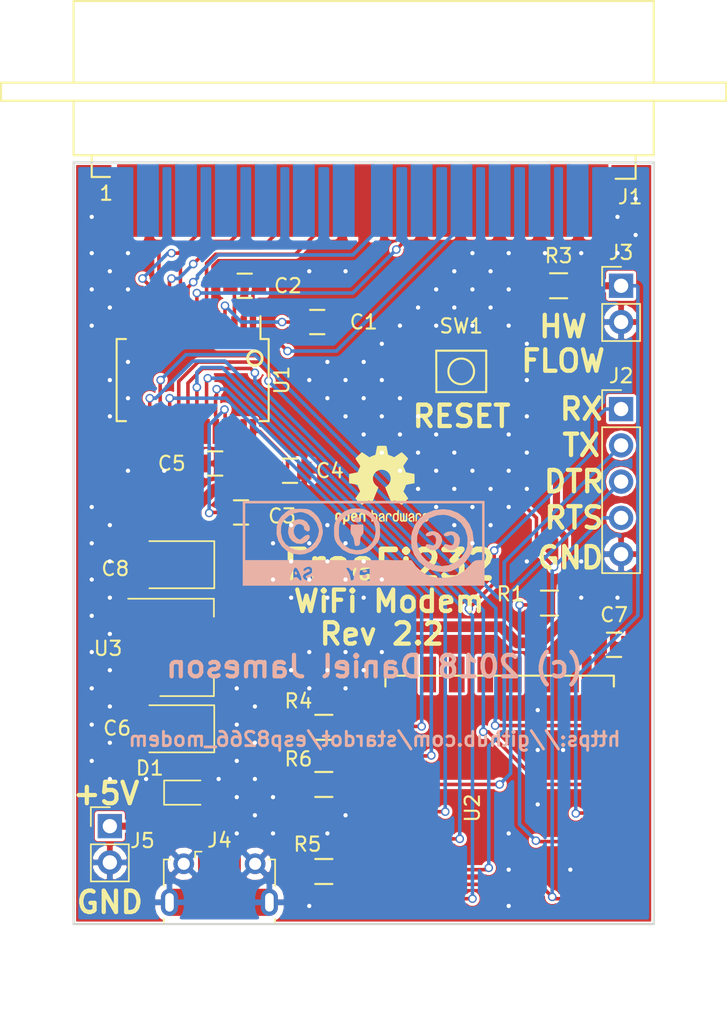
<source format=kicad_pcb>
(kicad_pcb (version 4) (host pcbnew 4.0.7)
  (title_block (title FreeFi232) (date 04/07/2018) (rev 2.2) (company "(c) 2018 Daniel Jameson") (comment 1 "CC-BY-SA 4.0"))
  (layers (0 F.Cu signal) (31 B.Cu signal) (34 B.Paste user) (35 F.Paste user) (36 B.SilkS user) (37 F.SilkS user) (38 B.Mask user) (39 F.Mask user) (44 Edge.Cuts user))
  (net 0 "")
  (net 1 "Net-(C1-Pad2)")
  (net 2 "Net-(C2-Pad1)")
  (net 3 "Net-(C2-Pad2)")
  (net 4 "Net-(C3-Pad1)")
  (net 5 GND)
  (net 6 +3V3)
  (net 7 +5V)
  (net 8 "Net-(D1-Pad2)")
  (net 9 Tx)
  (net 10 Rx)
  (net 11 RTS)
  (net 12 CTS)
  (net 13 DSR)
  (net 14 DCD)
  (net 15 DTR)
  (net 16 TXD0)
  (net 17 RXD0)
  (net 18 "Net-(R1-Pad2)")
  (net 19 RESET)
  (net 20 iDTR)
  (net 21 GPIO13)
  (net 22 GPIO15)
  (net 23 "Net-(C3-Pad2)")
  (net 24 "Net-(C4-Pad2)")
  (net 25 RING)
  (net 26 GPIO16)
  (net 27 GPIO5)
  (net 28 GPIO4)
  (net 29 GPIO2)
  (net 30 "Net-(J1-Pad9)")
  (net 31 "Net-(J1-Pad10)")
  (net 32 "Net-(J1-Pad11)")
  (net 33 "Net-(J1-Pad12)")
  (net 34 "Net-(J1-Pad13)")
  (net 35 "Net-(J1-Pad14)")
  (net 36 "Net-(J1-Pad15)")
  (net 37 "Net-(J1-Pad16)")
  (net 38 "Net-(J1-Pad17)")
  (net 39 "Net-(J1-Pad18)")
  (net 40 "Net-(J1-Pad19)")
  (net 41 "Net-(J1-Pad21)")
  (net 42 "Net-(J1-Pad23)")
  (net 43 "Net-(J1-Pad24)")
  (net 44 "Net-(J1-Pad25)")
  (net 45 "Net-(J4-Pad2)")
  (net 46 "Net-(J4-Pad4)")
  (net 47 "Net-(J4-Pad3)")
  (net 48 "Net-(U1-Pad16)")
  (net 49 GPIO14)
  (net 50 "Net-(U2-Pad2)")
  (net 51 "Net-(U2-Pad6)")
  (net 52 "Net-(U2-Pad17)")
  (net 53 "Net-(U2-Pad18)")
  (net 54 "Net-(U2-Pad19)")
  (net 55 "Net-(U2-Pad20)")
  (net 56 "Net-(U2-Pad21)")
  (net 57 "Net-(U2-Pad22)")
  (module LOGO (layer B.Cu) (at 149.86 105.41 180)
    (fp_text reference G*** hide)
    (fp_text value LOGO hide)
  )
  (module stitchingVIA:VIA-0.6mm (layer F.Cu) (at 140.97 125.73)
    (fp_text reference REF** hide)
    (fp_text value VIA-0.6mm hide)
    (pad 1 thru_hole circle (at 0 0) (size 0.6 0.6) (drill 0.3) (layers *.Cu) (net 5 GND))
  )
  (module stitchingVIA:VIA-0.6mm (layer F.Cu) (at 143.51 125.73)
    (fp_text reference REF** hide)
    (fp_text value VIA-0.6mm hide)
    (pad 1 thru_hole circle (at 0 0) (size 0.6 0.6) (drill 0.3) (layers *.Cu) (net 5 GND))
  )
  (module stitchingVIA:VIA-0.6mm (layer F.Cu) (at 142.24 124.46)
    (fp_text reference REF** hide)
    (fp_text value VIA-0.6mm hide)
    (pad 1 thru_hole circle (at 0 0) (size 0.6 0.6) (drill 0.3) (layers *.Cu) (net 5 GND))
  )
  (module stitchingVIA:VIA-0.6mm (layer F.Cu) (at 160.02 130.81)
    (fp_text reference REF** hide)
    (fp_text value VIA-0.6mm hide)
    (pad 1 thru_hole circle (at 0 0) (size 0.6 0.6) (drill 0.3) (layers *.Cu) (net 5 GND))
  )
  (module stitchingVIA:VIA-0.6mm (layer F.Cu) (at 162.052 117.094)
    (fp_text reference REF** hide)
    (fp_text value VIA-0.6mm hide)
    (pad 1 thru_hole circle (at 0 0) (size 0.6 0.6) (drill 0.3) (layers *.Cu) (net 5 GND))
  )
  (module stitchingVIA:VIA-0.6mm (layer F.Cu) (at 163.83 119.888)
    (fp_text reference REF** hide)
    (fp_text value VIA-0.6mm hide)
    (pad 1 thru_hole circle (at 0 0) (size 0.6 0.6) (drill 0.3) (layers *.Cu) (net 5 GND))
  )
  (module stitchingVIA:VIA-0.6mm (layer F.Cu) (at 162.052 119.888)
    (fp_text reference REF** hide)
    (fp_text value VIA-0.6mm hide)
    (pad 1 thru_hole circle (at 0 0) (size 0.6 0.6) (drill 0.3) (layers *.Cu) (net 5 GND))
  )
  (module stitchingVIA:VIA-0.6mm (layer F.Cu) (at 164.338 128.27)
    (fp_text reference REF** hide)
    (fp_text value VIA-0.6mm hide)
    (pad 1 thru_hole circle (at 0 0) (size 0.6 0.6) (drill 0.3) (layers *.Cu) (net 5 GND))
  )
  (module stitchingVIA:VIA-0.6mm (layer F.Cu) (at 162.052 123.698)
    (fp_text reference REF** hide)
    (fp_text value VIA-0.6mm hide)
    (pad 1 thru_hole circle (at 0 0) (size 0.6 0.6) (drill 0.3) (layers *.Cu) (net 5 GND))
  )
  (module stitchingVIA:VIA-0.6mm (layer F.Cu) (at 160.02 128.27)
    (fp_text reference REF** hide)
    (fp_text value VIA-0.6mm hide)
    (pad 1 thru_hole circle (at 0 0) (size 0.6 0.6) (drill 0.3) (layers *.Cu) (net 5 GND))
  )
  (module stitchingVIA:VIA-0.6mm (layer F.Cu) (at 160.02 125.73)
    (fp_text reference REF** hide)
    (fp_text value VIA-0.6mm hide)
    (pad 1 thru_hole circle (at 0 0) (size 0.6 0.6) (drill 0.3) (layers *.Cu) (net 5 GND))
  )
  (module stitchingVIA:VIA-0.6mm (layer F.Cu) (at 148.59 86.36)
    (fp_text reference REF** hide)
    (fp_text value VIA-0.6mm hide)
    (pad 1 thru_hole circle (at 0 0) (size 0.6 0.6) (drill 0.3) (layers *.Cu) (net 5 GND))
  )
  (module stitchingVIA:VIA-0.6mm (layer F.Cu) (at 146.05 86.36)
    (fp_text reference REF** hide)
    (fp_text value VIA-0.6mm hide)
    (pad 1 thru_hole circle (at 0 0) (size 0.6 0.6) (drill 0.3) (layers *.Cu) (net 5 GND))
  )
  (module stitchingVIA:VIA-0.6mm (layer F.Cu) (at 167.64 109.22)
    (fp_text reference REF** hide)
    (fp_text value VIA-0.6mm hide)
    (pad 1 thru_hole circle (at 0 0) (size 0.6 0.6) (drill 0.3) (layers *.Cu) (net 5 GND))
  )
  (module stitchingVIA:VIA-0.6mm (layer F.Cu) (at 165.1 109.22)
    (fp_text reference REF** hide)
    (fp_text value VIA-0.6mm hide)
    (pad 1 thru_hole circle (at 0 0) (size 0.6 0.6) (drill 0.3) (layers *.Cu) (net 5 GND))
  )
  (module stitchingVIA:VIA-0.6mm (layer F.Cu) (at 165.1 106.68)
    (fp_text reference REF** hide)
    (fp_text value VIA-0.6mm hide)
    (pad 1 thru_hole circle (at 0 0) (size 0.6 0.6) (drill 0.3) (layers *.Cu) (net 5 GND))
  )
  (module stitchingVIA:VIA-0.6mm (layer F.Cu) (at 161.29 106.68)
    (fp_text reference REF** hide)
    (fp_text value VIA-0.6mm hide)
    (pad 1 thru_hole circle (at 0 0) (size 0.6 0.6) (drill 0.3) (layers *.Cu) (net 5 GND))
  )
  (module stitchingVIA:VIA-0.6mm (layer F.Cu) (at 160.02 102.87)
    (fp_text reference REF** hide)
    (fp_text value VIA-0.6mm hide)
    (pad 1 thru_hole circle (at 0 0) (size 0.6 0.6) (drill 0.3) (layers *.Cu) (net 5 GND))
  )
  (module stitchingVIA:VIA-0.6mm (layer F.Cu) (at 158.75 101.6)
    (fp_text reference REF** hide)
    (fp_text value VIA-0.6mm hide)
    (pad 1 thru_hole circle (at 0 0) (size 0.6 0.6) (drill 0.3) (layers *.Cu) (net 5 GND))
  )
  (module stitchingVIA:VIA-0.6mm (layer F.Cu) (at 158.75 104.14)
    (fp_text reference REF** hide)
    (fp_text value VIA-0.6mm hide)
    (pad 1 thru_hole circle (at 0 0) (size 0.6 0.6) (drill 0.3) (layers *.Cu) (net 5 GND))
  )
  (module stitchingVIA:VIA-0.6mm (layer F.Cu) (at 160.02 100.33)
    (fp_text reference REF** hide)
    (fp_text value VIA-0.6mm hide)
    (pad 1 thru_hole circle (at 0 0) (size 0.6 0.6) (drill 0.3) (layers *.Cu) (net 5 GND))
  )
  (module stitchingVIA:VIA-0.6mm (layer F.Cu) (at 161.29 101.6)
    (fp_text reference REF** hide)
    (fp_text value VIA-0.6mm hide)
    (pad 1 thru_hole circle (at 0 0) (size 0.6 0.6) (drill 0.3) (layers *.Cu) (net 5 GND))
  )
  (module stitchingVIA:VIA-0.6mm (layer F.Cu) (at 160.02 97.79)
    (fp_text reference REF** hide)
    (fp_text value VIA-0.6mm hide)
    (pad 1 thru_hole circle (at 0 0) (size 0.6 0.6) (drill 0.3) (layers *.Cu) (net 5 GND))
  )
  (module stitchingVIA:VIA-0.6mm (layer F.Cu) (at 161.29 99.06)
    (fp_text reference REF** hide)
    (fp_text value VIA-0.6mm hide)
    (pad 1 thru_hole circle (at 0 0) (size 0.6 0.6) (drill 0.3) (layers *.Cu) (net 5 GND))
  )
  (module stitchingVIA:VIA-0.6mm (layer F.Cu) (at 161.29 96.52)
    (fp_text reference REF** hide)
    (fp_text value VIA-0.6mm hide)
    (pad 1 thru_hole circle (at 0 0) (size 0.6 0.6) (drill 0.3) (layers *.Cu) (net 5 GND))
  )
  (module stitchingVIA:VIA-0.6mm (layer F.Cu) (at 161.29 93.98)
    (fp_text reference REF** hide)
    (fp_text value VIA-0.6mm hide)
    (pad 1 thru_hole circle (at 0 0) (size 0.6 0.6) (drill 0.3) (layers *.Cu) (net 5 GND))
  )
  (module stitchingVIA:VIA-0.6mm (layer F.Cu) (at 161.29 91.44)
    (fp_text reference REF** hide)
    (fp_text value VIA-0.6mm hide)
    (pad 1 thru_hole circle (at 0 0) (size 0.6 0.6) (drill 0.3) (layers *.Cu) (net 5 GND))
  )
  (module stitchingVIA:VIA-0.6mm (layer F.Cu) (at 160.02 90.17)
    (fp_text reference REF** hide)
    (fp_text value VIA-0.6mm hide)
    (pad 1 thru_hole circle (at 0 0) (size 0.6 0.6) (drill 0.3) (layers *.Cu) (net 5 GND))
  )
  (module stitchingVIA:VIA-0.6mm (layer F.Cu) (at 160.02 87.63)
    (fp_text reference REF** hide)
    (fp_text value VIA-0.6mm hide)
    (pad 1 thru_hole circle (at 0 0) (size 0.6 0.6) (drill 0.3) (layers *.Cu) (net 5 GND))
  )
  (module stitchingVIA:VIA-0.6mm (layer F.Cu) (at 158.75 88.9)
    (fp_text reference REF** hide)
    (fp_text value VIA-0.6mm hide)
    (pad 1 thru_hole circle (at 0 0) (size 0.6 0.6) (drill 0.3) (layers *.Cu) (net 5 GND))
  )
  (module stitchingVIA:VIA-0.6mm (layer F.Cu) (at 157.48 90.17)
    (fp_text reference REF** hide)
    (fp_text value VIA-0.6mm hide)
    (pad 1 thru_hole circle (at 0 0) (size 0.6 0.6) (drill 0.3) (layers *.Cu) (net 5 GND))
  )
  (module stitchingVIA:VIA-0.6mm (layer F.Cu) (at 154.94 90.17)
    (fp_text reference REF** hide)
    (fp_text value VIA-0.6mm hide)
    (pad 1 thru_hole circle (at 0 0) (size 0.6 0.6) (drill 0.3) (layers *.Cu) (net 5 GND))
  )
  (module stitchingVIA:VIA-0.6mm (layer F.Cu) (at 156.21 88.9)
    (fp_text reference REF** hide)
    (fp_text value VIA-0.6mm hide)
    (pad 1 thru_hole circle (at 0 0) (size 0.6 0.6) (drill 0.3) (layers *.Cu) (net 5 GND))
  )
  (module stitchingVIA:VIA-0.6mm (layer F.Cu) (at 157.48 87.63)
    (fp_text reference REF** hide)
    (fp_text value VIA-0.6mm hide)
    (pad 1 thru_hole circle (at 0 0) (size 0.6 0.6) (drill 0.3) (layers *.Cu) (net 5 GND))
  )
  (module stitchingVIA:VIA-0.6mm (layer F.Cu) (at 168.91 81.28)
    (fp_text reference REF** hide)
    (fp_text value VIA-0.6mm hide)
    (pad 1 thru_hole circle (at 0 0) (size 0.6 0.6) (drill 0.3) (layers *.Cu) (net 5 GND))
  )
  (module stitchingVIA:VIA-0.6mm (layer F.Cu) (at 167.64 82.55)
    (fp_text reference REF** hide)
    (fp_text value VIA-0.6mm hide)
    (pad 1 thru_hole circle (at 0 0) (size 0.6 0.6) (drill 0.3) (layers *.Cu) (net 5 GND))
  )
  (module stitchingVIA:VIA-0.6mm (layer F.Cu) (at 168.91 83.82)
    (fp_text reference REF** hide)
    (fp_text value VIA-0.6mm hide)
    (pad 1 thru_hole circle (at 0 0) (size 0.6 0.6) (drill 0.3) (layers *.Cu) (net 5 GND))
  )
  (module stitchingVIA:VIA-0.6mm (layer F.Cu) (at 167.64 85.09)
    (fp_text reference REF** hide)
    (fp_text value VIA-0.6mm hide)
    (pad 1 thru_hole circle (at 0 0) (size 0.6 0.6) (drill 0.3) (layers *.Cu) (net 5 GND))
  )
  (module stitchingVIA:VIA-0.6mm (layer F.Cu) (at 165.1 85.09)
    (fp_text reference REF** hide)
    (fp_text value VIA-0.6mm hide)
    (pad 1 thru_hole circle (at 0 0) (size 0.6 0.6) (drill 0.3) (layers *.Cu) (net 5 GND))
  )
  (module stitchingVIA:VIA-0.6mm (layer F.Cu) (at 162.56 85.09)
    (fp_text reference REF** hide)
    (fp_text value VIA-0.6mm hide)
    (pad 1 thru_hole circle (at 0 0) (size 0.6 0.6) (drill 0.3) (layers *.Cu) (net 5 GND))
  )
  (module stitchingVIA:VIA-0.6mm (layer F.Cu) (at 160.02 85.09)
    (fp_text reference REF** hide)
    (fp_text value VIA-0.6mm hide)
    (pad 1 thru_hole circle (at 0 0) (size 0.6 0.6) (drill 0.3) (layers *.Cu) (net 5 GND))
  )
  (module stitchingVIA:VIA-0.6mm (layer F.Cu) (at 158.75 86.36)
    (fp_text reference REF** hide)
    (fp_text value VIA-0.6mm hide)
    (pad 1 thru_hole circle (at 0 0) (size 0.6 0.6) (drill 0.3) (layers *.Cu) (net 5 GND))
  )
  (module stitchingVIA:VIA-0.6mm (layer F.Cu) (at 157.48 85.09)
    (fp_text reference REF** hide)
    (fp_text value VIA-0.6mm hide)
    (pad 1 thru_hole circle (at 0 0) (size 0.6 0.6) (drill 0.3) (layers *.Cu) (net 5 GND))
  )
  (module stitchingVIA:VIA-0.6mm (layer F.Cu) (at 156.21 86.36)
    (fp_text reference REF** hide)
    (fp_text value VIA-0.6mm hide)
    (pad 1 thru_hole circle (at 0 0) (size 0.6 0.6) (drill 0.3) (layers *.Cu) (net 5 GND))
  )
  (module stitchingVIA:VIA-0.6mm (layer F.Cu) (at 154.94 87.63)
    (fp_text reference REF** hide)
    (fp_text value VIA-0.6mm hide)
    (pad 1 thru_hole circle (at 0 0) (size 0.6 0.6) (drill 0.3) (layers *.Cu) (net 5 GND))
  )
  (module stitchingVIA:VIA-0.6mm (layer F.Cu) (at 153.67 88.9)
    (fp_text reference REF** hide)
    (fp_text value VIA-0.6mm hide)
    (pad 1 thru_hole circle (at 0 0) (size 0.6 0.6) (drill 0.3) (layers *.Cu) (net 5 GND))
  )
  (module stitchingVIA:VIA-0.6mm (layer F.Cu) (at 152.4 90.17)
    (fp_text reference REF** hide)
    (fp_text value VIA-0.6mm hide)
    (pad 1 thru_hole circle (at 0 0) (size 0.6 0.6) (drill 0.3) (layers *.Cu) (net 5 GND))
  )
  (module stitchingVIA:VIA-0.6mm (layer F.Cu) (at 151.13 91.44)
    (fp_text reference REF** hide)
    (fp_text value VIA-0.6mm hide)
    (pad 1 thru_hole circle (at 0 0) (size 0.6 0.6) (drill 0.3) (layers *.Cu) (net 5 GND))
  )
  (module stitchingVIA:VIA-0.6mm (layer F.Cu) (at 157.48 100.33)
    (fp_text reference REF** hide)
    (fp_text value VIA-0.6mm hide)
    (pad 1 thru_hole circle (at 0 0) (size 0.6 0.6) (drill 0.3) (layers *.Cu) (net 5 GND))
  )
  (module stitchingVIA:VIA-0.6mm (layer F.Cu) (at 156.21 99.06)
    (fp_text reference REF** hide)
    (fp_text value VIA-0.6mm hide)
    (pad 1 thru_hole circle (at 0 0) (size 0.6 0.6) (drill 0.3) (layers *.Cu) (net 5 GND))
  )
  (module stitchingVIA:VIA-0.6mm (layer F.Cu) (at 154.94 97.79)
    (fp_text reference REF** hide)
    (fp_text value VIA-0.6mm hide)
    (pad 1 thru_hole circle (at 0 0) (size 0.6 0.6) (drill 0.3) (layers *.Cu) (net 5 GND))
  )
  (module stitchingVIA:VIA-0.6mm (layer F.Cu) (at 153.67 96.52)
    (fp_text reference REF** hide)
    (fp_text value VIA-0.6mm hide)
    (pad 1 thru_hole circle (at 0 0) (size 0.6 0.6) (drill 0.3) (layers *.Cu) (net 5 GND))
  )
  (module stitchingVIA:VIA-0.6mm (layer F.Cu) (at 152.4 95.25)
    (fp_text reference REF** hide)
    (fp_text value VIA-0.6mm hide)
    (pad 1 thru_hole circle (at 0 0) (size 0.6 0.6) (drill 0.3) (layers *.Cu) (net 5 GND))
  )
  (module stitchingVIA:VIA-0.6mm (layer F.Cu) (at 151.13 93.98)
    (fp_text reference REF** hide)
    (fp_text value VIA-0.6mm hide)
    (pad 1 thru_hole circle (at 0 0) (size 0.6 0.6) (drill 0.3) (layers *.Cu) (net 5 GND))
  )
  (module stitchingVIA:VIA-0.6mm (layer F.Cu) (at 149.86 92.71)
    (fp_text reference REF** hide)
    (fp_text value VIA-0.6mm hide)
    (pad 1 thru_hole circle (at 0 0) (size 0.6 0.6) (drill 0.3) (layers *.Cu) (net 5 GND))
  )
  (module stitchingVIA:VIA-0.6mm (layer F.Cu) (at 149.86 95.25)
    (fp_text reference REF** hide)
    (fp_text value VIA-0.6mm hide)
    (pad 1 thru_hole circle (at 0 0) (size 0.6 0.6) (drill 0.3) (layers *.Cu) (net 5 GND))
  )
  (module stitchingVIA:VIA-0.6mm (layer F.Cu) (at 151.13 96.52)
    (fp_text reference REF** hide)
    (fp_text value VIA-0.6mm hide)
    (pad 1 thru_hole circle (at 0 0) (size 0.6 0.6) (drill 0.3) (layers *.Cu) (net 5 GND))
  )
  (module stitchingVIA:VIA-0.6mm (layer F.Cu) (at 152.4 97.79)
    (fp_text reference REF** hide)
    (fp_text value VIA-0.6mm hide)
    (pad 1 thru_hole circle (at 0 0) (size 0.6 0.6) (drill 0.3) (layers *.Cu) (net 5 GND))
  )
  (module stitchingVIA:VIA-0.6mm (layer F.Cu) (at 153.67 99.06)
    (fp_text reference REF** hide)
    (fp_text value VIA-0.6mm hide)
    (pad 1 thru_hole circle (at 0 0) (size 0.6 0.6) (drill 0.3) (layers *.Cu) (net 5 GND))
  )
  (module stitchingVIA:VIA-0.6mm (layer F.Cu) (at 154.94 100.33)
    (fp_text reference REF** hide)
    (fp_text value VIA-0.6mm hide)
    (pad 1 thru_hole circle (at 0 0) (size 0.6 0.6) (drill 0.3) (layers *.Cu) (net 5 GND))
  )
  (module stitchingVIA:VIA-0.6mm (layer F.Cu) (at 156.21 101.6)
    (fp_text reference REF** hide)
    (fp_text value VIA-0.6mm hide)
    (pad 1 thru_hole circle (at 0 0) (size 0.6 0.6) (drill 0.3) (layers *.Cu) (net 5 GND))
  )
  (module stitchingVIA:VIA-0.6mm (layer F.Cu) (at 157.48 102.87)
    (fp_text reference REF** hide)
    (fp_text value VIA-0.6mm hide)
    (pad 1 thru_hole circle (at 0 0) (size 0.6 0.6) (drill 0.3) (layers *.Cu) (net 5 GND))
  )
  (module stitchingVIA:VIA-0.6mm (layer F.Cu) (at 157.48 105.41)
    (fp_text reference REF** hide)
    (fp_text value VIA-0.6mm hide)
    (pad 1 thru_hole circle (at 0 0) (size 0.6 0.6) (drill 0.3) (layers *.Cu) (net 5 GND))
  )
  (module stitchingVIA:VIA-0.6mm (layer F.Cu) (at 156.21 104.14)
    (fp_text reference REF** hide)
    (fp_text value VIA-0.6mm hide)
    (pad 1 thru_hole circle (at 0 0) (size 0.6 0.6) (drill 0.3) (layers *.Cu) (net 5 GND))
  )
  (module stitchingVIA:VIA-0.6mm (layer F.Cu) (at 154.94 102.87)
    (fp_text reference REF** hide)
    (fp_text value VIA-0.6mm hide)
    (pad 1 thru_hole circle (at 0 0) (size 0.6 0.6) (drill 0.3) (layers *.Cu) (net 5 GND))
  )
  (module stitchingVIA:VIA-0.6mm (layer F.Cu) (at 153.67 101.6)
    (fp_text reference REF** hide)
    (fp_text value VIA-0.6mm hide)
    (pad 1 thru_hole circle (at 0 0) (size 0.6 0.6) (drill 0.3) (layers *.Cu) (net 5 GND))
  )
  (module stitchingVIA:VIA-0.6mm (layer F.Cu) (at 152.4 100.33)
    (fp_text reference REF** hide)
    (fp_text value VIA-0.6mm hide)
    (pad 1 thru_hole circle (at 0 0) (size 0.6 0.6) (drill 0.3) (layers *.Cu) (net 5 GND))
  )
  (module stitchingVIA:VIA-0.6mm (layer F.Cu) (at 151.13 99.06)
    (fp_text reference REF** hide)
    (fp_text value VIA-0.6mm hide)
    (pad 1 thru_hole circle (at 0 0) (size 0.6 0.6) (drill 0.3) (layers *.Cu) (net 5 GND))
  )
  (module stitchingVIA:VIA-0.6mm (layer F.Cu) (at 149.86 97.79)
    (fp_text reference REF** hide)
    (fp_text value VIA-0.6mm hide)
    (pad 1 thru_hole circle (at 0 0) (size 0.6 0.6) (drill 0.3) (layers *.Cu) (net 5 GND))
  )
  (module stitchingVIA:VIA-0.6mm (layer F.Cu) (at 148.59 96.52)
    (fp_text reference REF** hide)
    (fp_text value VIA-0.6mm hide)
    (pad 1 thru_hole circle (at 0 0) (size 0.6 0.6) (drill 0.3) (layers *.Cu) (net 5 GND))
  )
  (module stitchingVIA:VIA-0.6mm (layer F.Cu) (at 148.59 93.98)
    (fp_text reference REF** hide)
    (fp_text value VIA-0.6mm hide)
    (pad 1 thru_hole circle (at 0 0) (size 0.6 0.6) (drill 0.3) (layers *.Cu) (net 5 GND))
  )
  (module stitchingVIA:VIA-0.6mm (layer F.Cu) (at 147.32 95.25)
    (fp_text reference REF** hide)
    (fp_text value VIA-0.6mm hide)
    (pad 1 thru_hole circle (at 0 0) (size 0.6 0.6) (drill 0.3) (layers *.Cu) (net 5 GND))
  )
  (module stitchingVIA:VIA-0.6mm (layer F.Cu) (at 147.32 92.71)
    (fp_text reference REF** hide)
    (fp_text value VIA-0.6mm hide)
    (pad 1 thru_hole circle (at 0 0) (size 0.6 0.6) (drill 0.3) (layers *.Cu) (net 5 GND))
  )
  (module stitchingVIA:VIA-0.6mm (layer F.Cu) (at 146.05 93.98)
    (fp_text reference REF** hide)
    (fp_text value VIA-0.6mm hide)
    (pad 1 thru_hole circle (at 0 0) (size 0.6 0.6) (drill 0.3) (layers *.Cu) (net 5 GND))
  )
  (module stitchingVIA:VIA-0.6mm (layer F.Cu) (at 151.13 107.95)
    (fp_text reference REF** hide)
    (fp_text value VIA-0.6mm hide)
    (pad 1 thru_hole circle (at 0 0) (size 0.6 0.6) (drill 0.3) (layers *.Cu) (net 5 GND))
  )
  (module stitchingVIA:VIA-0.6mm (layer F.Cu) (at 149.86 106.68)
    (fp_text reference REF** hide)
    (fp_text value VIA-0.6mm hide)
    (pad 1 thru_hole circle (at 0 0) (size 0.6 0.6) (drill 0.3) (layers *.Cu) (net 5 GND))
  )
  (module stitchingVIA:VIA-0.6mm (layer F.Cu) (at 149.86 109.22)
    (fp_text reference REF** hide)
    (fp_text value VIA-0.6mm hide)
    (pad 1 thru_hole circle (at 0 0) (size 0.6 0.6) (drill 0.3) (layers *.Cu) (net 5 GND))
  )
  (module stitchingVIA:VIA-0.6mm (layer F.Cu) (at 147.32 109.22)
    (fp_text reference REF** hide)
    (fp_text value VIA-0.6mm hide)
    (pad 1 thru_hole circle (at 0 0) (size 0.6 0.6) (drill 0.3) (layers *.Cu) (net 5 GND))
  )
  (module stitchingVIA:VIA-0.6mm (layer F.Cu) (at 148.59 107.95)
    (fp_text reference REF** hide)
    (fp_text value VIA-0.6mm hide)
    (pad 1 thru_hole circle (at 0 0) (size 0.6 0.6) (drill 0.3) (layers *.Cu) (net 5 GND))
  )
  (module stitchingVIA:VIA-0.6mm (layer F.Cu) (at 147.32 106.68)
    (fp_text reference REF** hide)
    (fp_text value VIA-0.6mm hide)
    (pad 1 thru_hole circle (at 0 0) (size 0.6 0.6) (drill 0.3) (layers *.Cu) (net 5 GND))
  )
  (module stitchingVIA:VIA-0.6mm (layer F.Cu) (at 148.59 105.41)
    (fp_text reference REF** hide)
    (fp_text value VIA-0.6mm hide)
    (pad 1 thru_hole circle (at 0 0) (size 0.6 0.6) (drill 0.3) (layers *.Cu) (net 5 GND))
  )
  (module stitchingVIA:VIA-0.6mm (layer F.Cu) (at 147.32 104.14)
    (fp_text reference REF** hide)
    (fp_text value VIA-0.6mm hide)
    (pad 1 thru_hole circle (at 0 0) (size 0.6 0.6) (drill 0.3) (layers *.Cu) (net 5 GND))
  )
  (module stitchingVIA:VIA-0.6mm (layer F.Cu) (at 146.05 107.95)
    (fp_text reference REF** hide)
    (fp_text value VIA-0.6mm hide)
    (pad 1 thru_hole circle (at 0 0) (size 0.6 0.6) (drill 0.3) (layers *.Cu) (net 5 GND))
  )
  (module stitchingVIA:VIA-0.6mm (layer F.Cu) (at 146.05 105.41)
    (fp_text reference REF** hide)
    (fp_text value VIA-0.6mm hide)
    (pad 1 thru_hole circle (at 0 0) (size 0.6 0.6) (drill 0.3) (layers *.Cu) (net 5 GND))
  )
  (module stitchingVIA:VIA-0.6mm (layer F.Cu) (at 144.78 104.14)
    (fp_text reference REF** hide)
    (fp_text value VIA-0.6mm hide)
    (pad 1 thru_hole circle (at 0 0) (size 0.6 0.6) (drill 0.3) (layers *.Cu) (net 5 GND))
  )
  (module stitchingVIA:VIA-0.6mm (layer F.Cu) (at 143.51 105.41)
    (fp_text reference REF** hide)
    (fp_text value VIA-0.6mm hide)
    (pad 1 thru_hole circle (at 0 0) (size 0.6 0.6) (drill 0.3) (layers *.Cu) (net 5 GND))
  )
  (module stitchingVIA:VIA-0.6mm (layer F.Cu) (at 144.78 106.68)
    (fp_text reference REF** hide)
    (fp_text value VIA-0.6mm hide)
    (pad 1 thru_hole circle (at 0 0) (size 0.6 0.6) (drill 0.3) (layers *.Cu) (net 5 GND))
  )
  (module stitchingVIA:VIA-0.6mm (layer F.Cu) (at 143.51 107.95)
    (fp_text reference REF** hide)
    (fp_text value VIA-0.6mm hide)
    (pad 1 thru_hole circle (at 0 0) (size 0.6 0.6) (drill 0.3) (layers *.Cu) (net 5 GND))
  )
  (module stitchingVIA:VIA-0.6mm (layer F.Cu) (at 144.78 109.22)
    (fp_text reference REF** hide)
    (fp_text value VIA-0.6mm hide)
    (pad 1 thru_hole circle (at 0 0) (size 0.6 0.6) (drill 0.3) (layers *.Cu) (net 5 GND))
  )
  (module stitchingVIA:VIA-0.6mm (layer F.Cu) (at 146.05 130.81)
    (fp_text reference REF** hide)
    (fp_text value VIA-0.6mm hide)
    (pad 1 thru_hole circle (at 0 0) (size 0.6 0.6) (drill 0.3) (layers *.Cu) (net 5 GND))
  )
  (module stitchingVIA:VIA-0.6mm (layer F.Cu) (at 147.32 125.73)
    (fp_text reference REF** hide)
    (fp_text value VIA-0.6mm hide)
    (pad 1 thru_hole circle (at 0 0) (size 0.6 0.6) (drill 0.3) (layers *.Cu) (net 5 GND))
  )
  (module stitchingVIA:VIA-0.6mm (layer F.Cu) (at 148.59 124.46)
    (fp_text reference REF** hide)
    (fp_text value VIA-0.6mm hide)
    (pad 1 thru_hole circle (at 0 0) (size 0.6 0.6) (drill 0.3) (layers *.Cu) (net 5 GND))
  )
  (module stitchingVIA:VIA-0.6mm (layer F.Cu) (at 151.13 113.03)
    (fp_text reference REF** hide)
    (fp_text value VIA-0.6mm hide)
    (pad 1 thru_hole circle (at 0 0) (size 0.6 0.6) (drill 0.3) (layers *.Cu) (net 5 GND))
  )
  (module stitchingVIA:VIA-0.6mm (layer F.Cu) (at 149.86 114.3)
    (fp_text reference REF** hide)
    (fp_text value VIA-0.6mm hide)
    (pad 1 thru_hole circle (at 0 0) (size 0.6 0.6) (drill 0.3) (layers *.Cu) (net 5 GND))
  )
  (module stitchingVIA:VIA-0.6mm (layer F.Cu) (at 148.59 113.03)
    (fp_text reference REF** hide)
    (fp_text value VIA-0.6mm hide)
    (pad 1 thru_hole circle (at 0 0) (size 0.6 0.6) (drill 0.3) (layers *.Cu) (net 5 GND))
  )
  (module stitchingVIA:VIA-0.6mm (layer F.Cu) (at 148.59 115.57)
    (fp_text reference REF** hide)
    (fp_text value VIA-0.6mm hide)
    (pad 1 thru_hole circle (at 0 0) (size 0.6 0.6) (drill 0.3) (layers *.Cu) (net 5 GND))
  )
  (module stitchingVIA:VIA-0.6mm (layer F.Cu) (at 146.05 115.57)
    (fp_text reference REF** hide)
    (fp_text value VIA-0.6mm hide)
    (pad 1 thru_hole circle (at 0 0) (size 0.6 0.6) (drill 0.3) (layers *.Cu) (net 5 GND))
  )
  (module stitchingVIA:VIA-0.6mm (layer F.Cu) (at 147.32 114.3)
    (fp_text reference REF** hide)
    (fp_text value VIA-0.6mm hide)
    (pad 1 thru_hole circle (at 0 0) (size 0.6 0.6) (drill 0.3) (layers *.Cu) (net 5 GND))
  )
  (module stitchingVIA:VIA-0.6mm (layer F.Cu) (at 144.78 114.3)
    (fp_text reference REF** hide)
    (fp_text value VIA-0.6mm hide)
    (pad 1 thru_hole circle (at 0 0) (size 0.6 0.6) (drill 0.3) (layers *.Cu) (net 5 GND))
  )
  (module stitchingVIA:VIA-0.6mm (layer F.Cu) (at 146.05 113.03)
    (fp_text reference REF** hide)
    (fp_text value VIA-0.6mm hide)
    (pad 1 thru_hole circle (at 0 0) (size 0.6 0.6) (drill 0.3) (layers *.Cu) (net 5 GND))
  )
  (module stitchingVIA:VIA-0.6mm (layer F.Cu) (at 140.97 123.19)
    (fp_text reference REF** hide)
    (fp_text value VIA-0.6mm hide)
    (pad 1 thru_hole circle (at 0 0) (size 0.6 0.6) (drill 0.3) (layers *.Cu) (net 5 GND))
  )
  (module stitchingVIA:VIA-0.6mm (layer F.Cu) (at 143.51 123.19)
    (fp_text reference REF** hide)
    (fp_text value VIA-0.6mm hide)
    (pad 1 thru_hole circle (at 0 0) (size 0.6 0.6) (drill 0.3) (layers *.Cu) (net 5 GND))
  )
  (module stitchingVIA:VIA-0.6mm (layer F.Cu) (at 142.24 121.92)
    (fp_text reference REF** hide)
    (fp_text value VIA-0.6mm hide)
    (pad 1 thru_hole circle (at 0 0) (size 0.6 0.6) (drill 0.3) (layers *.Cu) (net 5 GND))
  )
  (module stitchingVIA:VIA-0.6mm (layer F.Cu) (at 139.7 121.92)
    (fp_text reference REF** hide)
    (fp_text value VIA-0.6mm hide)
    (pad 1 thru_hole circle (at 0 0) (size 0.6 0.6) (drill 0.3) (layers *.Cu) (net 5 GND))
  )
  (module stitchingVIA:VIA-0.6mm (layer F.Cu) (at 140.97 120.65)
    (fp_text reference REF** hide)
    (fp_text value VIA-0.6mm hide)
    (pad 1 thru_hole circle (at 0 0) (size 0.6 0.6) (drill 0.3) (layers *.Cu) (net 5 GND))
  )
  (module stitchingVIA:VIA-0.6mm (layer F.Cu) (at 142.24 119.38)
    (fp_text reference REF** hide)
    (fp_text value VIA-0.6mm hide)
    (pad 1 thru_hole circle (at 0 0) (size 0.6 0.6) (drill 0.3) (layers *.Cu) (net 5 GND))
  )
  (module stitchingVIA:VIA-0.6mm (layer F.Cu) (at 140.97 118.11)
    (fp_text reference REF** hide)
    (fp_text value VIA-0.6mm hide)
    (pad 1 thru_hole circle (at 0 0) (size 0.6 0.6) (drill 0.3) (layers *.Cu) (net 5 GND))
  )
  (module stitchingVIA:VIA-0.6mm (layer F.Cu) (at 142.24 116.84)
    (fp_text reference REF** hide)
    (fp_text value VIA-0.6mm hide)
    (pad 1 thru_hole circle (at 0 0) (size 0.6 0.6) (drill 0.3) (layers *.Cu) (net 5 GND))
  )
  (module stitchingVIA:VIA-0.6mm (layer F.Cu) (at 140.97 115.57)
    (fp_text reference REF** hide)
    (fp_text value VIA-0.6mm hide)
    (pad 1 thru_hole circle (at 0 0) (size 0.6 0.6) (drill 0.3) (layers *.Cu) (net 5 GND))
  )
  (module stitchingVIA:VIA-0.6mm (layer F.Cu) (at 135.89 100.33)
    (fp_text reference REF** hide)
    (fp_text value VIA-0.6mm hide)
    (pad 1 thru_hole circle (at 0 0) (size 0.6 0.6) (drill 0.3) (layers *.Cu) (net 5 GND))
  )
  (module stitchingVIA:VIA-0.6mm (layer F.Cu) (at 133.35 100.33)
    (fp_text reference REF** hide)
    (fp_text value VIA-0.6mm hide)
    (pad 1 thru_hole circle (at 0 0) (size 0.6 0.6) (drill 0.3) (layers *.Cu) (net 5 GND))
  )
  (module stitchingVIA:VIA-0.6mm (layer F.Cu) (at 132.08 96.52)
    (fp_text reference REF** hide)
    (fp_text value VIA-0.6mm hide)
    (pad 1 thru_hole circle (at 0 0) (size 0.6 0.6) (drill 0.3) (layers *.Cu) (net 5 GND))
  )
  (module stitchingVIA:VIA-0.6mm (layer F.Cu) (at 133.35 95.25)
    (fp_text reference REF** hide)
    (fp_text value VIA-0.6mm hide)
    (pad 1 thru_hole circle (at 0 0) (size 0.6 0.6) (drill 0.3) (layers *.Cu) (net 5 GND))
  )
  (module stitchingVIA:VIA-0.6mm (layer F.Cu) (at 132.08 93.98)
    (fp_text reference REF** hide)
    (fp_text value VIA-0.6mm hide)
    (pad 1 thru_hole circle (at 0 0) (size 0.6 0.6) (drill 0.3) (layers *.Cu) (net 5 GND))
  )
  (module stitchingVIA:VIA-0.6mm (layer F.Cu) (at 133.35 92.71)
    (fp_text reference REF** hide)
    (fp_text value VIA-0.6mm hide)
    (pad 1 thru_hole circle (at 0 0) (size 0.6 0.6) (drill 0.3) (layers *.Cu) (net 5 GND))
  )
  (module stitchingVIA:VIA-0.6mm (layer F.Cu) (at 132.08 88.9)
    (fp_text reference REF** hide)
    (fp_text value VIA-0.6mm hide)
    (pad 1 thru_hole circle (at 0 0) (size 0.6 0.6) (drill 0.3) (layers *.Cu) (net 5 GND))
  )
  (module stitchingVIA:VIA-0.6mm (layer F.Cu) (at 130.81 90.17)
    (fp_text reference REF** hide)
    (fp_text value VIA-0.6mm hide)
    (pad 1 thru_hole circle (at 0 0) (size 0.6 0.6) (drill 0.3) (layers *.Cu) (net 5 GND))
  )
  (module stitchingVIA:VIA-0.6mm (layer F.Cu) (at 133.35 85.09)
    (fp_text reference REF** hide)
    (fp_text value VIA-0.6mm hide)
    (pad 1 thru_hole circle (at 0 0) (size 0.6 0.6) (drill 0.3) (layers *.Cu) (net 5 GND))
  )
  (module stitchingVIA:VIA-0.6mm (layer F.Cu) (at 133.35 87.63)
    (fp_text reference REF** hide)
    (fp_text value VIA-0.6mm hide)
    (pad 1 thru_hole circle (at 0 0) (size 0.6 0.6) (drill 0.3) (layers *.Cu) (net 5 GND))
  )
  (module stitchingVIA:VIA-0.6mm (layer F.Cu) (at 132.08 86.36)
    (fp_text reference REF** hide)
    (fp_text value VIA-0.6mm hide)
    (pad 1 thru_hole circle (at 0 0) (size 0.6 0.6) (drill 0.3) (layers *.Cu) (net 5 GND))
  )
  (module stitchingVIA:VIA-0.6mm (layer F.Cu) (at 134.62 121.92)
    (fp_text reference REF** hide)
    (fp_text value VIA-0.6mm hide)
    (pad 1 thru_hole circle (at 0 0) (size 0.6 0.6) (drill 0.3) (layers *.Cu) (net 5 GND))
  )
  (module stitchingVIA:VIA-0.6mm (layer F.Cu) (at 132.08 121.92)
    (fp_text reference REF** hide)
    (fp_text value VIA-0.6mm hide)
    (pad 1 thru_hole circle (at 0 0) (size 0.6 0.6) (drill 0.3) (layers *.Cu) (net 5 GND))
  )
  (module stitchingVIA:VIA-0.6mm (layer F.Cu) (at 130.81 120.65)
    (fp_text reference REF** hide)
    (fp_text value VIA-0.6mm hide)
    (pad 1 thru_hole circle (at 0 0) (size 0.6 0.6) (drill 0.3) (layers *.Cu) (net 5 GND))
  )
  (module stitchingVIA:VIA-0.6mm (layer F.Cu) (at 132.08 119.38)
    (fp_text reference REF** hide)
    (fp_text value VIA-0.6mm hide)
    (pad 1 thru_hole circle (at 0 0) (size 0.6 0.6) (drill 0.3) (layers *.Cu) (net 5 GND))
  )
  (module stitchingVIA:VIA-0.6mm (layer F.Cu) (at 130.81 118.11)
    (fp_text reference REF** hide)
    (fp_text value VIA-0.6mm hide)
    (pad 1 thru_hole circle (at 0 0) (size 0.6 0.6) (drill 0.3) (layers *.Cu) (net 5 GND))
  )
  (module stitchingVIA:VIA-0.6mm (layer F.Cu) (at 132.08 116.84)
    (fp_text reference REF** hide)
    (fp_text value VIA-0.6mm hide)
    (pad 1 thru_hole circle (at 0 0) (size 0.6 0.6) (drill 0.3) (layers *.Cu) (net 5 GND))
  )
  (module stitchingVIA:VIA-0.6mm (layer F.Cu) (at 130.81 115.57)
    (fp_text reference REF** hide)
    (fp_text value VIA-0.6mm hide)
    (pad 1 thru_hole circle (at 0 0) (size 0.6 0.6) (drill 0.3) (layers *.Cu) (net 5 GND))
  )
  (module stitchingVIA:VIA-0.6mm (layer F.Cu) (at 132.08 114.3)
    (fp_text reference REF** hide)
    (fp_text value VIA-0.6mm hide)
    (pad 1 thru_hole circle (at 0 0) (size 0.6 0.6) (drill 0.3) (layers *.Cu) (net 5 GND))
  )
  (module stitchingVIA:VIA-0.6mm (layer F.Cu) (at 130.81 113.03)
    (fp_text reference REF** hide)
    (fp_text value VIA-0.6mm hide)
    (pad 1 thru_hole circle (at 0 0) (size 0.6 0.6) (drill 0.3) (layers *.Cu) (net 5 GND))
  )
  (module stitchingVIA:VIA-0.6mm (layer F.Cu) (at 132.08 111.76)
    (fp_text reference REF** hide)
    (fp_text value VIA-0.6mm hide)
    (pad 1 thru_hole circle (at 0 0) (size 0.6 0.6) (drill 0.3) (layers *.Cu) (net 5 GND))
  )
  (module stitchingVIA:VIA-0.6mm (layer F.Cu) (at 130.81 110.49)
    (fp_text reference REF** hide)
    (fp_text value VIA-0.6mm hide)
    (pad 1 thru_hole circle (at 0 0) (size 0.6 0.6) (drill 0.3) (layers *.Cu) (net 5 GND))
  )
  (module stitchingVIA:VIA-0.6mm (layer F.Cu) (at 132.08 109.22)
    (fp_text reference REF** hide)
    (fp_text value VIA-0.6mm hide)
    (pad 1 thru_hole circle (at 0 0) (size 0.6 0.6) (drill 0.3) (layers *.Cu) (net 5 GND))
  )
  (module stitchingVIA:VIA-0.6mm (layer F.Cu) (at 130.81 107.95)
    (fp_text reference REF** hide)
    (fp_text value VIA-0.6mm hide)
    (pad 1 thru_hole circle (at 0 0) (size 0.6 0.6) (drill 0.3) (layers *.Cu) (net 5 GND))
  )
  (module stitchingVIA:VIA-0.6mm (layer F.Cu) (at 132.08 106.68)
    (fp_text reference REF** hide)
    (fp_text value VIA-0.6mm hide)
    (pad 1 thru_hole circle (at 0 0) (size 0.6 0.6) (drill 0.3) (layers *.Cu) (net 5 GND))
  )
  (module stitchingVIA:VIA-0.6mm (layer F.Cu) (at 130.81 105.41)
    (fp_text reference REF** hide)
    (fp_text value VIA-0.6mm hide)
    (pad 1 thru_hole circle (at 0 0) (size 0.6 0.6) (drill 0.3) (layers *.Cu) (net 5 GND))
  )
  (module stitchingVIA:VIA-0.6mm (layer F.Cu) (at 132.08 104.14)
    (fp_text reference REF** hide)
    (fp_text value VIA-0.6mm hide)
    (pad 1 thru_hole circle (at 0 0) (size 0.6 0.6) (drill 0.3) (layers *.Cu) (net 5 GND))
  )
  (module stitchingVIA:VIA-0.6mm (layer F.Cu) (at 130.81 102.87)
    (fp_text reference REF** hide)
    (fp_text value VIA-0.6mm hide)
    (pad 1 thru_hole circle (at 0 0) (size 0.6 0.6) (drill 0.3) (layers *.Cu) (net 5 GND))
  )
  (module stitchingVIA:VIA-0.6mm (layer F.Cu) (at 130.81 87.63)
    (fp_text reference REF** hide)
    (fp_text value VIA-0.6mm hide)
    (pad 1 thru_hole circle (at 0 0) (size 0.6 0.6) (drill 0.3) (layers *.Cu) (net 5 GND))
  )
  (module stitchingVIA:VIA-0.6mm (layer F.Cu) (at 130.81 85.09)
    (fp_text reference REF** hide)
    (fp_text value VIA-0.6mm hide)
    (pad 1 thru_hole circle (at 0 0) (size 0.6 0.6) (drill 0.3) (layers *.Cu) (net 5 GND))
  )
  (module TO_SOT_Packages_SMD:SOT-223 (layer F.Cu) (at 137.459329 112.702843)
    (fp_text reference U3 (at -5.506329 0.073157) (layer F.SilkS))
    (fp_text value LM1117-3.3)
    (pad 4 smd rect (at 3.15 0) (size 2 3.8) (layers F.Cu F.Paste F.Mask))
    (pad 2 smd rect (at -3.15 0) (size 2 1.5) (layers F.Cu F.Paste F.Mask) (net 6 +3V3))
    (pad 3 smd rect (at -3.15 2.3) (size 2 1.5) (layers F.Cu F.Paste F.Mask) (net 7 +5V))
    (pad 1 smd rect (at -3.15 -2.3) (size 2 1.5) (layers F.Cu F.Paste F.Mask) (net 5 GND))
  )
  (module ESP8266:ESP-12E_SMD (layer F.Cu) (at 166.37 130.302 180)
    (fp_text reference U2 (at 8.89 6.35 270) (layer F.SilkS))
    (fp_text value ESP-12E hide)
    (pad 1 smd rect (at 0 0 180) (size 2.5 1.1) (drill (offset -0.7 0)) (layers F.Cu F.Paste F.Mask) (net 19 RESET))
    (pad 2 smd rect (at 0 2 180) (size 2.5 1.1) (drill (offset -0.7 0)) (layers F.Cu F.Paste F.Mask) (net 50 "Net-(U2-Pad2)"))
    (pad 3 smd rect (at 0 4 180) (size 2.5 1.1) (drill (offset -0.7 0)) (layers F.Cu F.Paste F.Mask) (net 18 "Net-(R1-Pad2)"))
    (pad 4 smd rect (at 0 6 180) (size 2.5 1.1) (drill (offset -0.7 0)) (layers F.Cu F.Paste F.Mask) (net 26 GPIO16))
    (pad 5 smd rect (at 0 8 180) (size 2.5 1.1) (drill (offset -0.7 0)) (layers F.Cu F.Paste F.Mask) (net 49 GPIO14))
    (pad 6 smd rect (at 0 10 180) (size 2.5 1.1) (drill (offset -0.7 0)) (layers F.Cu F.Paste F.Mask) (net 51 "Net-(U2-Pad6)"))
    (pad 7 smd rect (at 0 12 180) (size 2.5 1.1) (drill (offset -0.7 0)) (layers F.Cu F.Paste F.Mask) (net 21 GPIO13))
    (pad 8 smd rect (at 0 14 180) (size 2.5 1.1) (drill (offset -0.7 0)) (layers F.Cu F.Paste F.Mask) (net 6 +3V3))
    (pad 9 smd rect (at 14 14 180) (size 2.5 1.1) (drill (offset 0.7 0)) (layers F.Cu F.Paste F.Mask) (net 5 GND))
    (pad 10 smd rect (at 14 12 180) (size 2.5 1.1) (drill (offset 0.7 0)) (layers F.Cu F.Paste F.Mask) (net 22 GPIO15))
    (pad 11 smd rect (at 14 10 180) (size 2.5 1.1) (drill (offset 0.7 0)) (layers F.Cu F.Paste F.Mask) (net 29 GPIO2))
    (pad 12 smd rect (at 14 8 180) (size 2.5 1.1) (drill (offset 0.7 0)) (layers F.Cu F.Paste F.Mask) (net 20 iDTR))
    (pad 13 smd rect (at 14 6 180) (size 2.5 1.1) (drill (offset 0.7 0)) (layers F.Cu F.Paste F.Mask) (net 28 GPIO4))
    (pad 14 smd rect (at 14 4 180) (size 2.5 1.1) (drill (offset 0.7 0)) (layers F.Cu F.Paste F.Mask) (net 27 GPIO5))
    (pad 15 smd rect (at 14 2 180) (size 2.5 1.1) (drill (offset 0.7 0)) (layers F.Cu F.Paste F.Mask) (net 17 RXD0))
    (pad 16 smd rect (at 14 0 180) (size 2.5 1.1) (drill (offset 0.7 0)) (layers F.Cu F.Paste F.Mask) (net 16 TXD0))
    (pad 17 smd rect (at 1.99 15 270) (size 2.5 1.1) (drill (offset -0.7 0)) (layers F.Cu F.Paste F.Mask) (net 52 "Net-(U2-Pad17)"))
    (pad 18 smd rect (at 3.99 15 270) (size 2.5 1.1) (drill (offset -0.7 0)) (layers F.Cu F.Paste F.Mask) (net 53 "Net-(U2-Pad18)"))
    (pad 19 smd rect (at 5.99 15 270) (size 2.5 1.1) (drill (offset -0.7 0)) (layers F.Cu F.Paste F.Mask) (net 54 "Net-(U2-Pad19)"))
    (pad 20 smd rect (at 7.99 15 270) (size 2.5 1.1) (drill (offset -0.7 0)) (layers F.Cu F.Paste F.Mask) (net 55 "Net-(U2-Pad20)"))
    (pad 21 smd rect (at 9.99 15 270) (size 2.5 1.1) (drill (offset -0.7 0)) (layers F.Cu F.Paste F.Mask) (net 56 "Net-(U2-Pad21)"))
    (pad 22 smd rect (at 11.99 15 270) (size 2.5 1.1) (drill (offset -0.7 0)) (layers F.Cu F.Paste F.Mask) (net 57 "Net-(U2-Pad22)"))
  )
  (module Housings_SSOP:SSOP-28_5.3x10.2mm_Pitch0.65mm (layer F.Cu) (at 137.881 93.98 270)
    (fp_text reference U1 (at 0 -6.25 270) (layer F.SilkS))
    (fp_text value MAX3237)
    (pad 1 smd rect (at -3.6 -4.225 270) (size 1.75 0.45) (layers F.Cu F.Paste F.Mask) (net 2 "Net-(C2-Pad1)"))
    (pad 2 smd rect (at -3.6 -3.575 270) (size 1.75 0.45) (layers F.Cu F.Paste F.Mask) (net 5 GND))
    (pad 3 smd rect (at -3.6 -2.925 270) (size 1.75 0.45) (layers F.Cu F.Paste F.Mask) (net 3 "Net-(C2-Pad2)"))
    (pad 4 smd rect (at -3.6 -2.275 270) (size 1.75 0.45) (layers F.Cu F.Paste F.Mask) (net 1 "Net-(C1-Pad2)"))
    (pad 5 smd rect (at -3.6 -1.625 270) (size 1.75 0.45) (layers F.Cu F.Paste F.Mask) (net 25 RING))
    (pad 6 smd rect (at -3.6 -0.975 270) (size 1.75 0.45) (layers F.Cu F.Paste F.Mask) (net 13 DSR))
    (pad 7 smd rect (at -3.6 -0.325 270) (size 1.75 0.45) (layers F.Cu F.Paste F.Mask) (net 14 DCD))
    (pad 8 smd rect (at -3.6 0.325 270) (size 1.75 0.45) (layers F.Cu F.Paste F.Mask) (net 15 DTR))
    (pad 9 smd rect (at -3.6 0.975 270) (size 1.75 0.45) (layers F.Cu F.Paste F.Mask) (net 11 RTS))
    (pad 10 smd rect (at -3.6 1.625 270) (size 1.75 0.45) (layers F.Cu F.Paste F.Mask) (net 12 CTS))
    (pad 11 smd rect (at -3.6 2.275 270) (size 1.75 0.45) (layers F.Cu F.Paste F.Mask) (net 9 Tx))
    (pad 12 smd rect (at -3.6 2.925 270) (size 1.75 0.45) (layers F.Cu F.Paste F.Mask) (net 10 Rx))
    (pad 13 smd rect (at -3.6 3.575 270) (size 1.75 0.45) (layers F.Cu F.Paste F.Mask) (net 5 GND))
    (pad 14 smd rect (at -3.6 4.225 270) (size 1.75 0.45) (layers F.Cu F.Paste F.Mask) (net 6 +3V3))
    (pad 15 smd rect (at 3.6 4.225 270) (size 1.75 0.45) (layers F.Cu F.Paste F.Mask) (net 5 GND))
    (pad 16 smd rect (at 3.6 3.575 270) (size 1.75 0.45) (layers F.Cu F.Paste F.Mask) (net 48 "Net-(U1-Pad16)"))
    (pad 17 smd rect (at 3.6 2.925 270) (size 1.75 0.45) (layers F.Cu F.Paste F.Mask) (net 16 TXD0))
    (pad 18 smd rect (at 3.6 2.275 270) (size 1.75 0.45) (layers F.Cu F.Paste F.Mask) (net 17 RXD0))
    (pad 19 smd rect (at 3.6 1.625 270) (size 1.75 0.45) (layers F.Cu F.Paste F.Mask) (net 22 GPIO15))
    (pad 20 smd rect (at 3.6 0.975 270) (size 1.75 0.45) (layers F.Cu F.Paste F.Mask) (net 21 GPIO13))
    (pad 21 smd rect (at 3.6 0.325 270) (size 1.75 0.45) (layers F.Cu F.Paste F.Mask) (net 49 GPIO14))
    (pad 22 smd rect (at 3.6 -0.325 270) (size 1.75 0.45) (layers F.Cu F.Paste F.Mask) (net 27 GPIO5))
    (pad 23 smd rect (at 3.6 -0.975 270) (size 1.75 0.45) (layers F.Cu F.Paste F.Mask) (net 28 GPIO4))
    (pad 24 smd rect (at 3.6 -1.625 270) (size 1.75 0.45) (layers F.Cu F.Paste F.Mask) (net 29 GPIO2))
    (pad 25 smd rect (at 3.6 -2.275 270) (size 1.75 0.45) (layers F.Cu F.Paste F.Mask) (net 23 "Net-(C3-Pad2)"))
    (pad 26 smd rect (at 3.6 -2.925 270) (size 1.75 0.45) (layers F.Cu F.Paste F.Mask) (net 6 +3V3))
    (pad 27 smd rect (at 3.6 -3.575 270) (size 1.75 0.45) (layers F.Cu F.Paste F.Mask) (net 24 "Net-(C4-Pad2)"))
    (pad 28 smd rect (at 3.6 -4.225 270) (size 1.75 0.45) (layers F.Cu F.Paste F.Mask) (net 4 "Net-(C3-Pad1)"))
  )
  (module Capacitors_SMD:C_0805 (layer F.Cu) (at 146.6055 89.916 180)
    (fp_text reference C1 (at -3.2545 0 180) (layer F.SilkS))
    (fp_text value 100nF)
    (pad 1 smd rect (at -1 0 180) (size 1 1.25) (layers F.Cu F.Paste F.Mask) (net 5 GND))
    (pad 2 smd rect (at 1 0 180) (size 1 1.25) (layers F.Cu F.Paste F.Mask) (net 1 "Net-(C1-Pad2)"))
  )
  (module Capacitors_SMD:C_0805 (layer F.Cu) (at 141.5255 87.376 180)
    (fp_text reference C2 (at -3.032 0 180) (layer F.SilkS))
    (fp_text value 100nF)
    (pad 1 smd rect (at -1 0 180) (size 1 1.25) (layers F.Cu F.Paste F.Mask) (net 2 "Net-(C2-Pad1)"))
    (pad 2 smd rect (at 1 0 180) (size 1 1.25) (layers F.Cu F.Paste F.Mask) (net 3 "Net-(C2-Pad2)"))
  )
  (module Capacitors_SMD:C_0805 (layer F.Cu) (at 141.2715 103.251 180)
    (fp_text reference C3 (at -2.8735 -0.254 180) (layer F.SilkS))
    (fp_text value 100nF)
    (pad 1 smd rect (at -1 0 180) (size 1 1.25) (layers F.Cu F.Paste F.Mask) (net 4 "Net-(C3-Pad1)"))
    (pad 2 smd rect (at 1 0 180) (size 1 1.25) (layers F.Cu F.Paste F.Mask) (net 23 "Net-(C3-Pad2)"))
  )
  (module Capacitors_SMD:C_0805 (layer F.Cu) (at 144.7005 100.33 180)
    (fp_text reference C4 (at -2.794 0 180) (layer F.SilkS))
    (fp_text value 100nF)
    (pad 1 smd rect (at -1 0 180) (size 1 1.25) (layers F.Cu F.Paste F.Mask) (net 5 GND))
    (pad 2 smd rect (at 1 0 180) (size 1 1.25) (layers F.Cu F.Paste F.Mask) (net 24 "Net-(C4-Pad2)"))
  )
  (module Capacitors_SMD:C_0805 (layer F.Cu) (at 139.462 99.822 180)
    (fp_text reference C5 (at 3.048 0 180) (layer F.SilkS))
    (fp_text value 100nF)
    (pad 1 smd rect (at -1 0 180) (size 1 1.25) (layers F.Cu F.Paste F.Mask) (net 6 +3V3))
    (pad 2 smd rect (at 1 0 180) (size 1 1.25) (layers F.Cu F.Paste F.Mask) (net 5 GND))
  )
  (module Capacitors_Tantalum_SMD:CP_Tantalum_Case-B_EIA-3528-21_Reflow (layer F.Cu) (at 136.594329 118.403843 180)
    (fp_text reference C6 (at 4.006329 0.039843 180) (layer F.SilkS))
    (fp_text value 10uF)
    (pad 1 smd rect (at -1.525 0 180) (size 1.95 2.5) (layers F.Cu F.Paste F.Mask) (net 7 +5V))
    (pad 2 smd rect (at 1.525 0 180) (size 1.95 2.5) (layers F.Cu F.Paste F.Mask) (net 5 GND))
  )
  (module Capacitors_SMD:C_0805 (layer F.Cu) (at 167.402 112.522)
    (fp_text reference C7 (at 0 -2.1) (layer F.SilkS))
    (fp_text value 100nF)
    (pad 1 smd rect (at -1 0) (size 1 1.25) (layers F.Cu F.Paste F.Mask) (net 6 +3V3))
    (pad 2 smd rect (at 1 0) (size 1 1.25) (layers F.Cu F.Paste F.Mask) (net 5 GND))
  )
  (module Capacitors_Tantalum_SMD:CP_Tantalum_Case-B_EIA-3528-21_Reflow (layer F.Cu) (at 136.596329 106.910343 180)
    (fp_text reference C8 (at 4.135329 -0.277657 180) (layer F.SilkS))
    (fp_text value 10uF)
    (pad 1 smd rect (at -1.525 0 180) (size 1.95 2.5) (layers F.Cu F.Paste F.Mask) (net 6 +3V3))
    (pad 2 smd rect (at 1.525 0 180) (size 1.95 2.5) (layers F.Cu F.Paste F.Mask) (net 5 GND))
  )
  (module Diodes_SMD:D_SOD-323 (layer F.Cu) (at 137.38 122.8725)
    (fp_text reference D1 (at -2.506 -1.7145) (layer F.SilkS))
    (fp_text value 1N5819)
    (pad 1 smd rect (at -1.05 0) (size 0.6 0.45) (layers F.Cu F.Paste F.Mask) (net 7 +5V))
    (pad 2 smd rect (at 1.05 0) (size 0.6 0.45) (layers F.Cu F.Paste F.Mask) (net 8 "Net-(D1-Pad2)"))
  )
  (module Connectors:DB25F_CI (layer F.Cu) (at 149.86 78.74)
    (fp_text reference J1 (at 18.669 2.413 180) (layer F.SilkS))
    (fp_text value DB25-Female)
    (fp_text user 1 (at -18.034 2.159 180) (layer F.SilkS))
    (pad 1 connect rect (at -16.51 2.667 90) (size 5.08 1.524) (layers F.Cu F.Mask) (net 5 GND))
    (pad 2 connect rect (at -13.716 2.667 90) (size 5.08 1.524) (layers F.Cu F.Mask) (net 9 Tx))
    (pad 3 connect rect (at -11.049 2.667 90) (size 5.08 1.524) (layers F.Cu F.Mask) (net 10 Rx))
    (pad 4 connect rect (at -8.255 2.667 90) (size 5.08 1.524) (layers F.Cu F.Mask) (net 11 RTS))
    (pad 5 connect rect (at -5.588 2.667 90) (size 5.08 1.524) (layers F.Cu F.Mask) (net 12 CTS))
    (pad 6 connect rect (at -2.794 2.667 90) (size 5.08 1.524) (layers F.Cu F.Mask) (net 13 DSR))
    (pad 7 connect rect (at 0 2.667 90) (size 5.08 1.524) (layers F.Cu F.Mask) (net 5 GND))
    (pad 8 connect rect (at 2.667 2.667 90) (size 5.08 1.524) (layers F.Cu F.Mask) (net 14 DCD))
    (pad 9 connect rect (at 5.461 2.667 90) (size 5.08 1.524) (layers F.Cu F.Mask) (net 30 "Net-(J1-Pad9)"))
    (pad 10 connect rect (at 8.128 2.667 90) (size 5.08 1.524) (layers F.Cu F.Mask) (net 31 "Net-(J1-Pad10)"))
    (pad 11 connect rect (at 10.922 2.667 90) (size 5.08 1.524) (layers F.Cu F.Mask) (net 32 "Net-(J1-Pad11)"))
    (pad 12 connect rect (at 13.716 2.667 90) (size 5.08 1.524) (layers F.Cu F.Mask) (net 33 "Net-(J1-Pad12)"))
    (pad 13 connect rect (at 16.383 2.667 90) (size 5.08 1.524) (layers F.Cu F.Mask) (net 34 "Net-(J1-Pad13)"))
    (pad 14 connect rect (at -15.113 2.667 90) (size 5.08 1.524) (layers B.Cu B.Mask) (net 35 "Net-(J1-Pad14)"))
    (pad 15 connect rect (at -12.446 2.667 90) (size 5.08 1.524) (layers B.Cu B.Mask) (net 36 "Net-(J1-Pad15)"))
    (pad 16 connect rect (at -9.652 2.667 90) (size 5.08 1.524) (layers B.Cu B.Mask) (net 37 "Net-(J1-Pad16)"))
    (pad 17 connect rect (at -6.858 2.667 90) (size 5.08 1.524) (layers B.Cu B.Mask) (net 38 "Net-(J1-Pad17)"))
    (pad 18 connect rect (at -4.191 2.667 90) (size 5.08 1.524) (layers B.Cu B.Mask) (net 39 "Net-(J1-Pad18)"))
    (pad 19 connect rect (at -1.397 2.667 90) (size 5.08 1.524) (layers B.Cu B.Mask) (net 40 "Net-(J1-Pad19)"))
    (pad 20 connect rect (at 1.27 2.667 90) (size 5.08 1.524) (layers B.Cu B.Mask) (net 15 DTR))
    (pad 21 connect rect (at 4.064 2.667 90) (size 5.08 1.524) (layers B.Cu B.Mask) (net 41 "Net-(J1-Pad21)"))
    (pad 22 connect rect (at 6.858 2.667 90) (size 5.08 1.524) (layers B.Cu B.Mask) (net 25 RING))
    (pad 23 connect rect (at 9.525 2.667 90) (size 5.08 1.524) (layers B.Cu B.Mask) (net 42 "Net-(J1-Pad23)"))
    (pad 24 connect rect (at 12.319 2.667 90) (size 5.08 1.524) (layers B.Cu B.Mask) (net 43 "Net-(J1-Pad24)"))
    (pad 25 connect rect (at 14.986 2.667 90) (size 5.08 1.524) (layers B.Cu B.Mask) (net 44 "Net-(J1-Pad25)"))
  )
  (module Pin_Headers:Pin_Header_Straight_1x05_Pitch2.54mm (layer F.Cu) (at 167.894 96.012)
    (fp_text reference J2 (at 0 -2.33) (layer F.SilkS))
    (fp_text value 3V3-SERIAL)
    (pad 1 thru_hole rect (at 0 0) (size 1.7 1.7) (drill 1) (layers *.Cu *.Mask) (net 16 TXD0))
    (pad 2 thru_hole oval (at 0 2.54) (size 1.7 1.7) (drill 1) (layers *.Cu *.Mask) (net 17 RXD0))
    (pad 3 thru_hole oval (at 0 5.08) (size 1.7 1.7) (drill 1) (layers *.Cu *.Mask) (net 20 iDTR))
    (pad 4 thru_hole oval (at 0 7.62) (size 1.7 1.7) (drill 1) (layers *.Cu *.Mask) (net 19 RESET))
    (pad 5 thru_hole oval (at 0 10.16) (size 1.7 1.7) (drill 1) (layers *.Cu *.Mask) (net 5 GND))
  )
  (module Pin_Headers:Pin_Header_Straight_1x02_Pitch2.54mm (layer F.Cu) (at 167.894 87.376)
    (fp_text reference J3 (at 0 -2.33) (layer F.SilkS))
    (fp_text value HWFLOW)
    (pad 1 thru_hole rect (at 0 0) (size 1.7 1.7) (drill 1) (layers *.Cu *.Mask) (net 26 GPIO16))
    (pad 2 thru_hole oval (at 0 2.54) (size 1.7 1.7) (drill 1) (layers *.Cu *.Mask) (net 5 GND))
  )
  (module Pin_Headers:Pin_Header_Straight_1x02_Pitch2.54mm (layer F.Cu) (at 132.08 125.222)
    (fp_text reference J5 (at 2.286 1.016) (layer F.SilkS))
    (fp_text value ALT-POWER)
    (pad 1 thru_hole rect (at 0 0) (size 1.7 1.7) (drill 1) (layers *.Cu *.Mask) (net 7 +5V))
    (pad 2 thru_hole oval (at 0 2.54) (size 1.7 1.7) (drill 1) (layers *.Cu *.Mask) (net 5 GND))
  )
  (module Resistors_SMD:R_0805 (layer F.Cu) (at 162.875 109.601 180)
    (fp_text reference R1 (at 2.728 0.635 180) (layer F.SilkS))
    (fp_text value 10K)
    (pad 1 smd rect (at -0.95 0 180) (size 0.7 1.3) (layers F.Cu F.Paste F.Mask) (net 6 +3V3))
    (pad 2 smd rect (at 0.95 0 180) (size 0.7 1.3) (layers F.Cu F.Paste F.Mask) (net 18 "Net-(R1-Pad2)"))
  )
  (module Resistors_SMD:R_0805 (layer F.Cu) (at 163.515 87.376)
    (fp_text reference R3 (at 0 -2.1) (layer F.SilkS))
    (fp_text value 10K)
    (pad 1 smd rect (at -0.95 0) (size 0.7 1.3) (layers F.Cu F.Paste F.Mask) (net 6 +3V3))
    (pad 2 smd rect (at 0.95 0) (size 0.7 1.3) (layers F.Cu F.Paste F.Mask) (net 26 GPIO16))
  )
  (module Resistors_SMD:R_0805 (layer F.Cu) (at 147.0685 118.3005)
    (fp_text reference R4 (at -1.7805 -1.8415) (layer F.SilkS))
    (fp_text value 10K)
    (pad 1 smd rect (at -0.95 0) (size 0.7 1.3) (layers F.Cu F.Paste F.Mask) (net 5 GND))
    (pad 2 smd rect (at 0.95 0) (size 0.7 1.3) (layers F.Cu F.Paste F.Mask) (net 22 GPIO15))
  )
  (module Resistors_SMD:R_0805 (layer F.Cu) (at 147.0685 128.397 180)
    (fp_text reference R5 (at 1.1455 1.905 180) (layer F.SilkS))
    (fp_text value 10K)
    (pad 1 smd rect (at -0.95 0 180) (size 0.7 1.3) (layers F.Cu F.Paste F.Mask) (net 19 RESET))
    (pad 2 smd rect (at 0.95 0 180) (size 0.7 1.3) (layers F.Cu F.Paste F.Mask) (net 6 +3V3))
  )
  (module Resistors_SMD:R_0805 (layer F.Cu) (at 147.0685 122.301 180)
    (fp_text reference R6 (at 1.7805 1.778 180) (layer F.SilkS))
    (fp_text value 10K)
    (pad 1 smd rect (at -0.95 0 180) (size 0.7 1.3) (layers F.Cu F.Paste F.Mask) (net 20 iDTR))
    (pad 2 smd rect (at 0.95 0 180) (size 0.7 1.3) (layers F.Cu F.Paste F.Mask) (net 6 +3V3))
  )
  (module Buttons_Switches_SMD:Panasonic_EVPAA (layer F.Cu) (at 156.694 93.3715 180)
    (fp_text reference SW1 (at 0 3.175 180) (layer F.SilkS))
    (fp_text value B3S-1100)
    (pad 2 smd rect (at -1.675 0.725 180) (size 1.15 1.05) (layers F.Cu F.Paste F.Mask) (net 5 GND))
    (pad 2 smd rect (at 1.675 0.725 180) (size 1.15 1.05) (layers F.Cu F.Paste F.Mask) (net 5 GND))
    (pad 1 smd rect (at -1.675 -0.725 180) (size 1.15 1.05) (layers F.Cu F.Paste F.Mask) (net 19 RESET))
    (pad 1 smd rect (at 1.675 -0.725 180) (size 1.15 1.05) (layers F.Cu F.Paste F.Mask) (net 19 RESET))
  )
  (module Connectors_USB:USB_Micro-B_Molex-105017-0001 (layer F.Cu) (at 139.7569 130.206)
    (fp_text reference J4 (at 0 -4) (layer F.SilkS))
    (fp_text value USB_OTG)
    (pad 6 smd rect (at 1 0.35) (size 1.5 1.9) (layers F.Cu F.Paste F.Mask) (net 5 GND))
    (pad 6 thru_hole circle (at -2.5 -2.35) (size 1.45 1.45) (drill 0.85) (layers *.Cu *.Mask) (net 5 GND))
    (pad 2 smd rect (at -0.65 -2.35) (size 0.4 1.35) (layers F.Cu F.Paste F.Mask) (net 45 "Net-(J4-Pad2)"))
    (pad 1 smd rect (at -1.3 -2.35) (size 0.4 1.35) (layers F.Cu F.Paste F.Mask) (net 8 "Net-(D1-Pad2)"))
    (pad 5 smd rect (at 1.3 -2.35) (size 0.4 1.35) (layers F.Cu F.Paste F.Mask) (net 5 GND))
    (pad 4 smd rect (at 0.65 -2.35) (size 0.4 1.35) (layers F.Cu F.Paste F.Mask) (net 46 "Net-(J4-Pad4)"))
    (pad 3 smd rect (at 0 -2.35) (size 0.4 1.35) (layers F.Cu F.Paste F.Mask) (net 47 "Net-(J4-Pad3)"))
    (pad 6 thru_hole circle (at 2.5 -2.35) (size 1.45 1.45) (drill 0.85) (layers *.Cu *.Mask) (net 5 GND))
    (pad 6 smd rect (at -1 0.35) (size 1.5 1.9) (layers F.Cu F.Paste F.Mask) (net 5 GND))
    (pad 6 thru_hole oval (at -3.5 0.35 180) (size 1.2 1.9) (drill oval 0.6 1.3) (layers *.Cu *.Mask) (net 5 GND))
    (pad 6 thru_hole oval (at 3.5 0.35) (size 1.2 1.9) (drill oval 0.6 1.3) (layers *.Cu *.Mask) (net 5 GND))
    (pad 6 smd rect (at 2.9 0.35) (size 1.2 1.9) (layers F.Cu F.Mask) (net 5 GND))
    (pad 6 smd rect (at -2.9 0.35) (size 1.2 1.9) (layers F.Cu F.Mask) (net 5 GND))
  )
  (module stitchingVIA:VIA-0.6mm (layer F.Cu) (at 130.81 82.55)
    (fp_text reference REF** hide)
    (fp_text value VIA-0.6mm hide)
    (pad 1 thru_hole circle (at 0 0) (size 0.6 0.6) (drill 0.3) (layers *.Cu) (net 5 GND))
  )
  (module Symbols:OSHW-Logo2_7.3x6mm_SilkScreen (layer F.Cu) (at 151.13 101.346)
    (fp_text reference REF*** hide)
    (fp_text value OSHW-Logo2_7.3x6mm_SilkScreen hide)
  )
  (gr_text "Rev 2.2" (at 151.13 111.76) (layer F.SilkS) (effects (font (size 1.5 1.5) (thickness 0.3))))
  (gr_text "WiFi Modem" (at 151.638 109.474) (layer F.SilkS) (effects (font (size 1.5 1.5) (thickness 0.3))))
  (gr_text https://github.com/stardot/esp8266_modem (at 150.622 119.126) (layer B.SilkS) (effects (font (size 1 1) (thickness 0.2)) (justify mirror)))
  (gr_text "(c) 2018 Daniel Jameson" (at 150.622 114.046) (layer B.SilkS) (effects (font (size 1.5 1.5) (thickness 0.3)) (justify mirror)))
  (gr_text FreeFi232 (at 151.638 106.934) (layer F.SilkS) (effects (font (size 2 2) (thickness 0.4))))
  (gr_circle (center 142.24 92.456) (end 142.24 91.948) (layer F.SilkS) (width 0.2))
  (gr_text GND (at 132.08 130.556) (layer F.SilkS) (effects (font (size 1.5 1.5) (thickness 0.3))))
  (gr_text +5V (at 131.826 122.936) (layer F.SilkS) (effects (font (size 1.5 1.5) (thickness 0.3))))
  (gr_text RESET (at 156.718 96.52) (layer F.SilkS) (effects (font (size 1.5 1.5) (thickness 0.3))))
  (gr_text RTS (at 164.592 103.632) (layer F.SilkS) (effects (font (size 1.5 1.5) (thickness 0.3))))
  (gr_text GND (at 164.338 106.426) (layer F.SilkS) (effects (font (size 1.5 1.5) (thickness 0.3))))
  (gr_text DTR (at 164.592 101.092) (layer F.SilkS) (effects (font (size 1.5 1.5) (thickness 0.3))))
  (gr_text RX (at 165.1 96.012) (layer F.SilkS) (effects (font (size 1.5 1.5) (thickness 0.3))))
  (gr_text TX (at 165.1 98.552) (layer F.SilkS) (effects (font (size 1.5 1.5) (thickness 0.3))))
  (gr_text "HW\nFLOW" (at 163.83 91.44) (layer F.SilkS) (effects (font (size 1.5 1.5) (thickness 0.3))))
  (gr_line (start 170.18 78.74) (end 129.54 78.74) (angle 90) (layer Edge.Cuts) (width 0.15))
  (gr_line (start 170.18 132.08) (end 170.18 78.74) (angle 90) (layer Edge.Cuts) (width 0.15))
  (gr_line (start 129.54 132.08) (end 170.18 132.08) (angle 90) (layer Edge.Cuts) (width 0.15))
  (gr_line (start 129.54 78.74) (end 129.54 132.08) (angle 90) (layer Edge.Cuts) (width 0.15))
  (segment (start 140.1445 88.773) (end 140.1445 90.3685) (width 0.25) (layer F.Cu) (net 1))
  (segment (start 140.1445 90.3685) (end 140.156 90.38) (width 0.25) (layer F.Cu) (net 1))
  (segment (start 144.145 89.916) (end 141.2875 89.916) (width 0.25) (layer B.Cu) (net 1))
  (segment (start 141.2875 89.916) (end 140.1445 88.773) (width 0.25) (layer B.Cu) (net 1))
  (via (at 140.1445 88.773) (size 0.6) (drill 0.4) (layers F.Cu B.Cu) (net 1))
  (segment (start 145.6055 89.916) (end 144.145 89.916) (width 0.25) (layer F.Cu) (net 1))
  (via (at 144.145 89.916) (size 0.6) (drill 0.4) (layers F.Cu B.Cu) (net 1))
  (segment (start 142.106 90.38) (end 142.106 87.7955) (width 0.25) (layer F.Cu) (net 2))
  (segment (start 142.106 87.7955) (end 142.5255 87.376) (width 0.25) (layer F.Cu) (net 2))
  (segment (start 140.806 90.38) (end 140.806 87.6565) (width 0.25) (layer F.Cu) (net 3))
  (segment (start 140.806 87.6565) (end 140.5255 87.376) (width 0.25) (layer F.Cu) (net 3))
  (segment (start 142.106 97.58) (end 142.581 97.58) (width 0.25) (layer F.Cu) (net 4))
  (segment (start 143.0215 103.251) (end 142.2715 103.251) (width 0.25) (layer F.Cu) (net 4))
  (segment (start 142.581 97.58) (end 144.525501 99.524501) (width 0.25) (layer F.Cu) (net 4))
  (segment (start 144.525501 99.524501) (end 144.525501 101.746999) (width 0.25) (layer F.Cu) (net 4))
  (segment (start 144.525501 101.746999) (end 143.0215 103.251) (width 0.25) (layer F.Cu) (net 4))
  (segment (start 152.37 116.302) (end 151.354 116.302) (width 0.25) (layer F.Cu) (net 5))
  (segment (start 142.868488 111.252) (end 142.868488 109.87349) (width 0.75) (layer F.Cu) (net 6))
  (segment (start 140.767333 107.772335) (end 140.767333 105.715333) (width 0.75) (layer F.Cu) (net 6))
  (segment (start 142.868488 109.87349) (end 140.767333 107.772335) (width 0.75) (layer F.Cu) (net 6))
  (segment (start 140.806 97.58) (end 140.806 99.478) (width 0.4) (layer F.Cu) (net 6))
  (segment (start 140.806 99.478) (end 140.462 99.822) (width 0.4) (layer F.Cu) (net 6))
  (segment (start 139.43166 101.6) (end 140.059 101.6) (width 0.75) (layer F.Cu) (net 6))
  (segment (start 140.059 101.6) (end 140.462 101.197) (width 0.75) (layer F.Cu) (net 6))
  (segment (start 140.462 101.197) (end 140.462 99.822) (width 0.75) (layer F.Cu) (net 6))
  (segment (start 138.121329 103.432671) (end 138.121329 102.910331) (width 0.75) (layer F.Cu) (net 6))
  (segment (start 138.121329 102.910331) (end 139.43166 101.6) (width 0.75) (layer F.Cu) (net 6))
  (segment (start 138.121329 104.648) (end 138.121329 103.432671) (width 0.75) (layer F.Cu) (net 6))
  (segment (start 138.121329 103.432671) (end 138.121329 103.144671) (width 0.75) (layer F.Cu) (net 6))
  (segment (start 140.462 99.822) (end 140.462 99.947) (width 0.75) (layer F.Cu) (net 6))
  (segment (start 130.7465 93.2895) (end 133.656 90.38) (width 0.4) (layer F.Cu) (net 6))
  (segment (start 138.121329 104.648) (end 139.7 104.648) (width 0.75) (layer F.Cu) (net 6))
  (segment (start 143.51 111.252) (end 142.868488 111.252) (width 0.75) (layer F.Cu) (net 6))
  (segment (start 139.7 104.648) (end 140.767333 105.715333) (width 0.75) (layer F.Cu) (net 6))
  (segment (start 138.121329 104.648) (end 138.121329 106.910343) (width 0.75) (layer F.Cu) (net 6))
  (segment (start 138.121329 111.814671) (end 137.233157 112.702843) (width 0.75) (layer F.Cu) (net 6))
  (segment (start 137.233157 112.702843) (end 134.309329 112.702843) (width 0.75) (layer F.Cu) (net 6))
  (segment (start 138.121329 106.910343) (end 138.121329 111.814671) (width 0.75) (layer F.Cu) (net 6))
  (segment (start 159.479002 111.252) (end 143.51 111.252) (width 0.75) (layer F.Cu) (net 6))
  (segment (start 165.1 110.876) (end 163.792004 110.876) (width 0.75) (layer F.Cu) (net 6))
  (segment (start 163.792004 110.876) (end 162.285001 112.383003) (width 0.75) (layer F.Cu) (net 6))
  (segment (start 162.285001 112.383003) (end 160.610005 112.383003) (width 0.75) (layer F.Cu) (net 6))
  (segment (start 160.610005 112.383003) (end 159.479002 111.252) (width 0.75) (layer F.Cu) (net 6))
  (segment (start 146.1185 122.301) (end 145.2685 122.301) (width 0.5) (layer F.Cu) (net 6))
  (segment (start 145.2685 122.301) (end 143.51 120.5425) (width 0.5) (layer F.Cu) (net 6))
  (segment (start 143.51 120.5425) (end 143.51 111.252) (width 0.5) (layer F.Cu) (net 6))
  (segment (start 163.365001 88.689001) (end 162.728001 88.689001) (width 0.5) (layer F.Cu) (net 6))
  (segment (start 162.565 88.526) (end 162.565 87.376) (width 0.5) (layer F.Cu) (net 6))
  (segment (start 162.728001 88.689001) (end 162.565 88.526) (width 0.5) (layer F.Cu) (net 6))
  (segment (start 163.825 109.601) (end 163.825 108.451) (width 0.5) (layer F.Cu) (net 6))
  (segment (start 163.825 108.451) (end 163.945001 108.330999) (width 0.5) (layer F.Cu) (net 6))
  (segment (start 163.945001 108.330999) (end 163.945001 104.922003) (width 0.5) (layer F.Cu) (net 6))
  (segment (start 163.945001 104.922003) (end 163.365001 104.342003) (width 0.5) (layer F.Cu) (net 6))
  (segment (start 163.365001 104.342003) (end 163.365001 88.689001) (width 0.5) (layer F.Cu) (net 6))
  (segment (start 165.1 110.876) (end 163.825 109.601) (width 0.5) (layer F.Cu) (net 6))
  (segment (start 166.402 112.178) (end 165.1 110.876) (width 0.75) (layer F.Cu) (net 6))
  (segment (start 138.121329 103.144671) (end 134.630657 103.144671) (width 0.4) (layer F.Cu) (net 6))
  (segment (start 130.7465 99.260514) (end 130.7465 93.2895) (width 0.4) (layer F.Cu) (net 6))
  (segment (start 134.630657 103.144671) (end 130.7465 99.260514) (width 0.4) (layer F.Cu) (net 6))
  (segment (start 166.402 112.397) (end 166.402 112.522) (width 0.5) (layer F.Cu) (net 6))
  (segment (start 138.121329 106.910343) (end 138.121329 106.635343) (width 0.5) (layer F.Cu) (net 6))
  (segment (start 146.1185 128.397) (end 146.1185 122.301) (width 0.5) (layer F.Cu) (net 6))
  (segment (start 166.402 112.522) (end 166.402 116.27) (width 0.75) (layer F.Cu) (net 6))
  (segment (start 166.402 116.27) (end 166.37 116.302) (width 0.5) (layer F.Cu) (net 6))
  (segment (start 166.402 112.522) (end 166.402 112.178) (width 0.5) (layer F.Cu) (net 6))
  (segment (start 163.825 109.301) (end 163.825 109.601) (width 0.5) (layer F.Cu) (net 6))
  (segment (start 134.309329 112.702843) (end 134.569331 112.702843) (width 0.5) (layer F.Cu) (net 6))
  (segment (start 137.100843 115.002843) (end 138.119329 116.021329) (width 0.5) (layer F.Cu) (net 7))
  (segment (start 138.119329 116.021329) (end 138.119329 118.403843) (width 0.5) (layer F.Cu) (net 7))
  (segment (start 134.309329 115.002843) (end 137.100843 115.002843) (width 0.5) (layer F.Cu) (net 7))
  (segment (start 136.33 122.8725) (end 136.405 122.8725) (width 0.5) (layer F.Cu) (net 7))
  (segment (start 136.405 122.8725) (end 138.119329 121.158171) (width 0.5) (layer F.Cu) (net 7))
  (segment (start 138.119329 121.158171) (end 138.119329 118.403843) (width 0.5) (layer F.Cu) (net 7))
  (segment (start 134.309329 115.002843) (end 134.559329 115.002843) (width 0.5) (layer F.Cu) (net 7))
  (segment (start 137.960329 118.403843) (end 138.119329 118.403843) (width 0.5) (layer F.Cu) (net 7))
  (segment (start 132.08 125.222) (end 134.7055 125.222) (width 0.5) (layer F.Cu) (net 7))
  (segment (start 134.7055 125.222) (end 136.33 123.5975) (width 0.5) (layer F.Cu) (net 7))
  (segment (start 136.33 123.5975) (end 136.33 122.8725) (width 0.5) (layer F.Cu) (net 7))
  (segment (start 138.119329 118.678843) (end 138.119329 118.403843) (width 0.5) (layer F.Cu) (net 7))
  (segment (start 138.4569 126.5189) (end 138.43 126.492) (width 0.5) (layer F.Cu) (net 8))
  (segment (start 138.43 126.492) (end 138.43 122.8725) (width 0.5) (layer F.Cu) (net 8))
  (segment (start 138.4569 127.856) (end 138.4569 126.5189) (width 0.4) (layer F.Cu) (net 8))
  (segment (start 138.456 122.8985) (end 138.43 122.8725) (width 0.5) (layer F.Cu) (net 8))
  (segment (start 136.144 84.197) (end 135.518991 84.822009) (width 0.25) (layer F.Cu) (net 9))
  (segment (start 135.518991 84.822009) (end 135.518991 89.167991) (width 0.25) (layer F.Cu) (net 9))
  (segment (start 135.518991 89.167991) (end 135.606 89.255) (width 0.25) (layer F.Cu) (net 9))
  (segment (start 136.144 81.407) (end 136.144 84.197) (width 0.25) (layer F.Cu) (net 9))
  (segment (start 135.606 89.255) (end 135.606 90.38) (width 0.25) (layer F.Cu) (net 9))
  (segment (start 136.144006 85.09) (end 136.398 85.09) (width 0.25) (layer B.Cu) (net 10))
  (segment (start 134.366006 86.868) (end 136.144006 85.09) (width 0.25) (layer B.Cu) (net 10))
  (segment (start 136.906 85.09) (end 136.398 85.09) (width 0.25) (layer F.Cu) (net 10))
  (segment (start 138.811 83.185) (end 136.906 85.09) (width 0.25) (layer F.Cu) (net 10))
  (segment (start 138.811 81.407) (end 138.811 83.185) (width 0.25) (layer F.Cu) (net 10))
  (via (at 136.398 85.09) (size 0.6) (drill 0.4) (layers F.Cu B.Cu) (net 10))
  (segment (start 134.956 87.457994) (end 134.366006 86.868) (width 0.25) (layer F.Cu) (net 10))
  (segment (start 134.956 90.38) (end 134.956 87.457994) (width 0.25) (layer F.Cu) (net 10))
  (via (at 134.366006 86.868) (size 0.6) (drill 0.4) (layers F.Cu B.Cu) (net 10))
  (segment (start 137.023011 89.137989) (end 136.906 89.255) (width 0.25) (layer F.Cu) (net 11))
  (segment (start 136.906 89.255) (end 136.906 90.38) (width 0.25) (layer F.Cu) (net 11))
  (segment (start 137.023011 85.734989) (end 137.023011 89.137989) (width 0.25) (layer F.Cu) (net 11))
  (segment (start 140.517999 84.272001) (end 138.485999 84.272001) (width 0.25) (layer F.Cu) (net 11))
  (segment (start 141.605 81.407) (end 141.605 83.185) (width 0.25) (layer F.Cu) (net 11))
  (segment (start 141.605 83.185) (end 140.517999 84.272001) (width 0.25) (layer F.Cu) (net 11))
  (segment (start 138.485999 84.272001) (end 137.023011 85.734989) (width 0.25) (layer F.Cu) (net 11))
  (segment (start 141.605 82.423) (end 141.605 81.407) (width 0.25) (layer F.Cu) (net 11))
  (segment (start 136.906 86.868) (end 136.398002 86.868) (width 0.25) (layer B.Cu) (net 12))
  (segment (start 137.922 85.852) (end 136.906 86.868) (width 0.25) (layer B.Cu) (net 12))
  (segment (start 136.256 87.010002) (end 136.398002 86.868) (width 0.25) (layer F.Cu) (net 12))
  (segment (start 136.256 90.38) (end 136.256 87.010002) (width 0.25) (layer F.Cu) (net 12))
  (via (at 136.398002 86.868) (size 0.6) (drill 0.4) (layers F.Cu B.Cu) (net 12))
  (segment (start 139.051989 84.722011) (end 137.922 85.852) (width 0.25) (layer F.Cu) (net 12))
  (segment (start 142.734989 84.722011) (end 139.051989 84.722011) (width 0.25) (layer F.Cu) (net 12))
  (segment (start 144.272 83.185) (end 142.734989 84.722011) (width 0.25) (layer F.Cu) (net 12))
  (segment (start 144.272 81.407) (end 144.272 83.185) (width 0.25) (layer F.Cu) (net 12))
  (via (at 137.922 85.852) (size 0.6) (drill 0.4) (layers F.Cu B.Cu) (net 12))
  (segment (start 138.856 90.38) (end 138.856 85.807) (width 0.25) (layer F.Cu) (net 13))
  (segment (start 138.856 85.807) (end 139.490979 85.172021) (width 0.25) (layer F.Cu) (net 13))
  (segment (start 139.490979 85.172021) (end 145.078979 85.172021) (width 0.25) (layer F.Cu) (net 13))
  (segment (start 145.078979 85.172021) (end 147.066 83.185) (width 0.25) (layer F.Cu) (net 13))
  (segment (start 147.066 83.185) (end 147.066 81.407) (width 0.25) (layer F.Cu) (net 13))
  (segment (start 138.176 87.884) (end 138.176 90.35) (width 0.25) (layer F.Cu) (net 14))
  (segment (start 138.176 90.35) (end 138.206 90.38) (width 0.25) (layer F.Cu) (net 14))
  (segment (start 152.146 84.836) (end 149.098 87.884) (width 0.25) (layer B.Cu) (net 14))
  (segment (start 149.098 87.884) (end 138.176 87.884) (width 0.25) (layer B.Cu) (net 14))
  (via (at 138.176 87.884) (size 0.6) (drill 0.4) (layers F.Cu B.Cu) (net 14))
  (segment (start 152.527 81.407) (end 152.527 84.455) (width 0.25) (layer F.Cu) (net 14))
  (segment (start 152.527 84.455) (end 152.146 84.836) (width 0.25) (layer F.Cu) (net 14))
  (via (at 152.146 84.836) (size 0.6) (drill 0.4) (layers F.Cu B.Cu) (net 14))
  (segment (start 152.527 81.407) (end 152.527 83.185) (width 0.25) (layer F.Cu) (net 14))
  (segment (start 137.556 89.255) (end 137.550998 89.249998) (width 0.25) (layer F.Cu) (net 15))
  (segment (start 137.556 90.38) (end 137.556 89.255) (width 0.25) (layer F.Cu) (net 15))
  (segment (start 137.550998 89.249998) (end 137.550998 87.493002) (width 0.25) (layer F.Cu) (net 15))
  (segment (start 137.550998 87.493002) (end 137.922 87.122) (width 0.25) (layer F.Cu) (net 15))
  (segment (start 138.221999 86.822001) (end 137.922 87.122) (width 0.25) (layer B.Cu) (net 15))
  (segment (start 138.221999 86.651737) (end 138.221999 86.822001) (width 0.25) (layer B.Cu) (net 15))
  (segment (start 139.656736 85.217) (end 138.221999 86.651737) (width 0.25) (layer B.Cu) (net 15))
  (segment (start 151.13 83.185) (end 149.098 85.217) (width 0.25) (layer B.Cu) (net 15))
  (segment (start 149.098 85.217) (end 139.656736 85.217) (width 0.25) (layer B.Cu) (net 15))
  (segment (start 151.13 81.407) (end 151.13 83.185) (width 0.25) (layer B.Cu) (net 15))
  (via (at 137.922 87.122) (size 0.6) (drill 0.4) (layers F.Cu B.Cu) (net 15))
  (segment (start 137.584501 90.351499) (end 137.556 90.38) (width 0.25) (layer F.Cu) (net 15))
  (segment (start 140.146169 92.65099) (end 157.226 109.730821) (width 0.25) (layer B.Cu) (net 16))
  (segment (start 157.226 109.730821) (end 157.226 109.982) (width 0.25) (layer B.Cu) (net 16))
  (segment (start 135.298264 95.25) (end 137.897274 92.65099) (width 0.25) (layer B.Cu) (net 16))
  (segment (start 137.897274 92.65099) (end 140.146169 92.65099) (width 0.25) (layer B.Cu) (net 16))
  (segment (start 134.874 95.25) (end 135.298264 95.25) (width 0.25) (layer B.Cu) (net 16))
  (segment (start 157.180001 110.027999) (end 157.226 109.982) (width 0.25) (layer B.Cu) (net 16))
  (segment (start 157.180001 110.190001) (end 157.180001 110.027999) (width 0.25) (layer B.Cu) (net 16))
  (segment (start 157.48 110.49) (end 157.180001 110.190001) (width 0.25) (layer B.Cu) (net 16))
  (segment (start 159.004 108.204) (end 157.226 109.982) (width 0.25) (layer F.Cu) (net 16))
  (segment (start 159.004 105.918) (end 159.004 108.204) (width 0.25) (layer F.Cu) (net 16))
  (via (at 157.226 109.982) (size 0.6) (drill 0.4) (layers F.Cu B.Cu) (net 16))
  (segment (start 157.48 130.302) (end 157.48 110.49) (width 0.25) (layer B.Cu) (net 16))
  (segment (start 166.116 96.69) (end 166.116 98.806) (width 0.25) (layer B.Cu) (net 16))
  (segment (start 166.116 98.806) (end 159.004 105.918) (width 0.25) (layer B.Cu) (net 16))
  (via (at 159.004 105.918) (size 0.6) (drill 0.4) (layers F.Cu B.Cu) (net 16))
  (segment (start 167.894 96.012) (end 166.794 96.012) (width 0.25) (layer B.Cu) (net 16))
  (segment (start 166.794 96.012) (end 166.116 96.69) (width 0.25) (layer B.Cu) (net 16))
  (segment (start 134.874 95.25) (end 134.874 97.498) (width 0.25) (layer F.Cu) (net 16))
  (segment (start 134.874 97.498) (end 134.956 97.58) (width 0.25) (layer F.Cu) (net 16))
  (via (at 134.874 95.25) (size 0.6) (drill 0.4) (layers F.Cu B.Cu) (net 16))
  (segment (start 152.37 130.302) (end 157.48 130.302) (width 0.25) (layer F.Cu) (net 16))
  (via (at 157.48 130.302) (size 0.6) (drill 0.4) (layers F.Cu B.Cu) (net 16))
  (segment (start 159.258 109.22) (end 142.23898 92.20098) (width 0.25) (layer B.Cu) (net 17))
  (segment (start 142.23898 92.20098) (end 137.41502 92.20098) (width 0.25) (layer B.Cu) (net 17))
  (segment (start 137.41502 92.20098) (end 135.636 93.98) (width 0.25) (layer B.Cu) (net 17))
  (segment (start 159.706988 109.22) (end 159.258 109.22) (width 0.25) (layer B.Cu) (net 17))
  (segment (start 159.706988 106.739012) (end 159.706988 109.22) (width 0.25) (layer B.Cu) (net 17))
  (segment (start 159.706988 109.22) (end 159.706988 118.550012) (width 0.25) (layer B.Cu) (net 17))
  (segment (start 158.623 119.634) (end 158.623 128.143) (width 0.25) (layer B.Cu) (net 17))
  (segment (start 159.766 106.68) (end 159.706988 106.739012) (width 0.25) (layer B.Cu) (net 17))
  (segment (start 159.706988 118.550012) (end 158.623 119.634) (width 0.25) (layer B.Cu) (net 17))
  (segment (start 135.606 97.58) (end 135.606 94.01) (width 0.25) (layer F.Cu) (net 17))
  (segment (start 135.606 94.01) (end 135.636 93.98) (width 0.25) (layer F.Cu) (net 17))
  (via (at 135.636 93.98) (size 0.6) (drill 0.4) (layers F.Cu B.Cu) (net 17))
  (segment (start 167.894 98.552) (end 159.766 106.68) (width 0.25) (layer B.Cu) (net 17))
  (segment (start 152.37 128.302) (end 152.402 128.27) (width 0.25) (layer F.Cu) (net 17))
  (segment (start 152.402 128.27) (end 158.496 128.27) (width 0.25) (layer F.Cu) (net 17))
  (segment (start 158.496 128.27) (end 158.623 128.143) (width 0.25) (layer F.Cu) (net 17))
  (via (at 158.623 128.143) (size 0.6) (drill 0.4) (layers F.Cu B.Cu) (net 17))
  (segment (start 160.782004 125.095004) (end 160.782004 109.728) (width 0.25) (layer B.Cu) (net 18))
  (segment (start 161.925 126.238) (end 160.782004 125.095004) (width 0.25) (layer B.Cu) (net 18))
  (segment (start 161.544 109.728) (end 160.782004 109.728) (width 0.25) (layer F.Cu) (net 18))
  (segment (start 161.671 109.855) (end 161.544 109.728) (width 0.25) (layer F.Cu) (net 18))
  (via (at 160.782004 109.728) (size 0.6) (drill 0.4) (layers F.Cu B.Cu) (net 18))
  (segment (start 166.37 126.302) (end 161.989 126.302) (width 0.25) (layer F.Cu) (net 18))
  (segment (start 161.989 126.302) (end 161.925 126.238) (width 0.25) (layer F.Cu) (net 18))
  (via (at 161.925 126.238) (size 0.6) (drill 0.4) (layers F.Cu B.Cu) (net 18))
  (segment (start 161.965 103.632) (end 161.965 105.831) (width 0.25) (layer F.Cu) (net 19))
  (segment (start 161.965 105.831) (end 163.195 107.061) (width 0.25) (layer F.Cu) (net 19))
  (segment (start 163.195 107.061) (end 166.624 103.632) (width 0.25) (layer B.Cu) (net 19))
  (segment (start 166.624 103.632) (end 167.894 103.632) (width 0.25) (layer B.Cu) (net 19))
  (segment (start 149.5185 129.297) (end 162.19 129.297) (width 0.25) (layer F.Cu) (net 19))
  (segment (start 162.19 129.297) (end 163.068 130.175) (width 0.25) (layer F.Cu) (net 19))
  (segment (start 148.0185 128.397) (end 148.6185 128.397) (width 0.25) (layer F.Cu) (net 19))
  (segment (start 148.6185 128.397) (end 149.5185 129.297) (width 0.25) (layer F.Cu) (net 19))
  (segment (start 163.068 130.175) (end 163.068 107.188) (width 0.25) (layer B.Cu) (net 19))
  (via (at 163.195 107.061) (size 0.6) (drill 0.4) (layers F.Cu B.Cu) (net 19))
  (segment (start 163.068 107.188) (end 163.195 107.061) (width 0.25) (layer B.Cu) (net 19))
  (segment (start 166.37 130.302) (end 163.195 130.302) (width 0.25) (layer F.Cu) (net 19))
  (segment (start 163.195 130.302) (end 163.068 130.175) (width 0.25) (layer F.Cu) (net 19))
  (via (at 163.068 130.175) (size 0.6) (drill 0.4) (layers F.Cu B.Cu) (net 19))
  (segment (start 155.019 94.0965) (end 158.369 94.0965) (width 0.25) (layer F.Cu) (net 19))
  (segment (start 158.369 94.0965) (end 158.369 100.036) (width 0.25) (layer F.Cu) (net 19))
  (segment (start 158.369 100.036) (end 161.965 103.632) (width 0.25) (layer F.Cu) (net 19))
  (segment (start 160.156995 121.529005) (end 159.385 122.301) (width 0.25) (layer B.Cu) (net 20))
  (segment (start 167.894 101.092) (end 160.156995 108.829005) (width 0.25) (layer B.Cu) (net 20))
  (segment (start 160.156995 108.829005) (end 160.156995 121.529005) (width 0.25) (layer B.Cu) (net 20))
  (segment (start 152.371 122.301) (end 159.385 122.301) (width 0.25) (layer F.Cu) (net 20))
  (segment (start 152.37 122.302) (end 152.371 122.301) (width 0.25) (layer F.Cu) (net 20))
  (via (at 159.385 122.301) (size 0.6) (drill 0.4) (layers F.Cu B.Cu) (net 20))
  (segment (start 152.37 122.302) (end 152.369 122.301) (width 0.25) (layer F.Cu) (net 20))
  (segment (start 152.369 122.301) (end 148.0185 122.301) (width 0.25) (layer F.Cu) (net 20))
  (segment (start 142.420262 92.719998) (end 143.195051 93.494787) (width 0.25) (layer F.Cu) (net 21))
  (segment (start 143.195051 93.616685) (end 143.195051 94.040949) (width 0.25) (layer F.Cu) (net 21))
  (segment (start 143.195051 93.494787) (end 143.195051 93.616685) (width 0.25) (layer F.Cu) (net 21))
  (segment (start 138.25559 92.719998) (end 142.420262 92.719998) (width 0.25) (layer F.Cu) (net 21))
  (segment (start 136.906 94.069588) (end 138.25559 92.719998) (width 0.25) (layer F.Cu) (net 21))
  (segment (start 159.121002 117.700836) (end 159.121002 109.9669) (width 0.25) (layer B.Cu) (net 21))
  (segment (start 159.070053 117.751785) (end 159.121002 117.700836) (width 0.25) (layer B.Cu) (net 21))
  (segment (start 159.070053 118.176049) (end 159.070053 117.751785) (width 0.25) (layer B.Cu) (net 21))
  (segment (start 159.121002 109.9669) (end 143.49505 94.340948) (width 0.25) (layer B.Cu) (net 21))
  (segment (start 136.906 97.58) (end 136.906 94.069588) (width 0.25) (layer F.Cu) (net 21))
  (segment (start 143.49505 94.340948) (end 143.195051 94.040949) (width 0.25) (layer B.Cu) (net 21))
  (via (at 143.195051 94.040949) (size 0.6) (drill 0.4) (layers F.Cu B.Cu) (net 21))
  (segment (start 166.244049 118.176049) (end 159.070053 118.176049) (width 0.25) (layer F.Cu) (net 21))
  (segment (start 166.37 118.302) (end 166.244049 118.176049) (width 0.25) (layer F.Cu) (net 21))
  (via (at 159.070053 118.176049) (size 0.6) (drill 0.4) (layers F.Cu B.Cu) (net 21))
  (segment (start 153.924006 117.812736) (end 153.924006 118.237) (width 0.25) (layer B.Cu) (net 22))
  (segment (start 140.199534 95.25) (end 153.924006 108.974472) (width 0.25) (layer B.Cu) (net 22))
  (segment (start 153.924006 108.974472) (end 153.924006 117.812736) (width 0.25) (layer B.Cu) (net 22))
  (segment (start 136.271 95.25) (end 140.199534 95.25) (width 0.25) (layer B.Cu) (net 22))
  (segment (start 152.435 118.237) (end 153.924006 118.237) (width 0.25) (layer F.Cu) (net 22))
  (segment (start 152.37 118.302) (end 152.435 118.237) (width 0.25) (layer F.Cu) (net 22))
  (via (at 153.924006 118.237) (size 0.6) (drill 0.4) (layers F.Cu B.Cu) (net 22))
  (segment (start 136.271 95.25) (end 136.271 97.565) (width 0.25) (layer F.Cu) (net 22))
  (segment (start 136.271 97.565) (end 136.256 97.58) (width 0.25) (layer F.Cu) (net 22))
  (via (at 136.271 95.25) (size 0.6) (drill 0.4) (layers F.Cu B.Cu) (net 22))
  (segment (start 148.0185 118.3005) (end 148.6185 118.3005) (width 0.25) (layer F.Cu) (net 22))
  (segment (start 148.6185 118.3005) (end 148.62 118.302) (width 0.25) (layer F.Cu) (net 22))
  (segment (start 148.62 118.302) (end 152.37 118.302) (width 0.25) (layer F.Cu) (net 22))
  (via (at 140.110888 96.045253) (size 0.6) (drill 0.4) (layers F.Cu B.Cu) (net 23))
  (segment (start 139.810889 96.345252) (end 140.110888 96.045253) (width 0.25) (layer B.Cu) (net 23))
  (segment (start 139.038581 97.11756) (end 139.810889 96.345252) (width 0.25) (layer B.Cu) (net 23))
  (segment (start 140.156 97.58) (end 140.156 96.090365) (width 0.25) (layer F.Cu) (net 23))
  (segment (start 140.156 96.090365) (end 140.110888 96.045253) (width 0.25) (layer F.Cu) (net 23))
  (segment (start 139.038581 103.288081) (end 139.038581 97.11756) (width 0.25) (layer B.Cu) (net 23))
  (segment (start 140.2715 103.251) (end 139.075662 103.251) (width 0.25) (layer F.Cu) (net 23))
  (segment (start 139.075662 103.251) (end 139.038581 103.288081) (width 0.25) (layer F.Cu) (net 23))
  (via (at 139.038581 103.288081) (size 0.6) (drill 0.4) (layers F.Cu B.Cu) (net 23))
  (segment (start 141.456 97.58) (end 141.456 98.8355) (width 0.25) (layer F.Cu) (net 24))
  (segment (start 141.456 98.8355) (end 142.9505 100.33) (width 0.25) (layer F.Cu) (net 24))
  (segment (start 142.9505 100.33) (end 143.7005 100.33) (width 0.25) (layer F.Cu) (net 24))
  (segment (start 144.526 91.948) (end 144.158001 91.580001) (width 0.25) (layer F.Cu) (net 25))
  (segment (start 144.158001 91.580001) (end 139.581001 91.580001) (width 0.25) (layer F.Cu) (net 25))
  (segment (start 139.581001 91.580001) (end 139.406001 91.405001) (width 0.25) (layer F.Cu) (net 25))
  (segment (start 139.406001 91.405001) (end 139.406001 90.479999) (width 0.25) (layer F.Cu) (net 25))
  (segment (start 139.406001 90.479999) (end 139.506 90.38) (width 0.25) (layer F.Cu) (net 25))
  (segment (start 156.718 81.407) (end 156.718 83.185) (width 0.25) (layer B.Cu) (net 25))
  (segment (start 156.718 83.185) (end 147.955 91.948) (width 0.25) (layer B.Cu) (net 25))
  (segment (start 147.955 91.948) (end 144.526 91.948) (width 0.25) (layer B.Cu) (net 25))
  (via (at 144.526 91.948) (size 0.6) (drill 0.4) (layers F.Cu B.Cu) (net 25))
  (segment (start 164.719 124.333) (end 164.719 114.81082) (width 0.25) (layer B.Cu) (net 26))
  (segment (start 164.719 114.81082) (end 169.069001 110.460819) (width 0.25) (layer B.Cu) (net 26))
  (segment (start 169.069001 110.460819) (end 169.069001 87.451001) (width 0.25) (layer B.Cu) (net 26))
  (segment (start 169.069001 87.451001) (end 168.994 87.376) (width 0.25) (layer B.Cu) (net 26))
  (segment (start 168.994 87.376) (end 167.894 87.376) (width 0.25) (layer B.Cu) (net 26))
  (segment (start 166.37 124.302) (end 164.75 124.302) (width 0.25) (layer F.Cu) (net 26))
  (segment (start 164.75 124.302) (end 164.719 124.333) (width 0.25) (layer F.Cu) (net 26))
  (via (at 164.719 124.333) (size 0.6) (drill 0.4) (layers F.Cu B.Cu) (net 26))
  (segment (start 164.592 87.503) (end 164.465 87.376) (width 0.25) (layer F.Cu) (net 26))
  (segment (start 164.465 87.376) (end 167.894 87.376) (width 0.5) (layer F.Cu) (net 26))
  (segment (start 156.591 125.686736) (end 156.591 126.111) (width 0.25) (layer B.Cu) (net 27))
  (segment (start 139.959768 93.101001) (end 156.591 109.732233) (width 0.25) (layer B.Cu) (net 27))
  (segment (start 156.591 109.732233) (end 156.591 125.686736) (width 0.25) (layer B.Cu) (net 27))
  (segment (start 138.510997 93.101001) (end 139.959768 93.101001) (width 0.25) (layer B.Cu) (net 27))
  (segment (start 138.176 94.488) (end 138.176 93.435998) (width 0.25) (layer B.Cu) (net 27))
  (segment (start 138.176 93.435998) (end 138.510997 93.101001) (width 0.25) (layer B.Cu) (net 27))
  (segment (start 152.561 126.111) (end 156.591 126.111) (width 0.25) (layer F.Cu) (net 27))
  (segment (start 152.37 126.302) (end 152.561 126.111) (width 0.25) (layer F.Cu) (net 27))
  (via (at 156.591 126.111) (size 0.6) (drill 0.4) (layers F.Cu B.Cu) (net 27))
  (segment (start 138.176 94.488) (end 138.176 97.55) (width 0.25) (layer F.Cu) (net 27))
  (segment (start 138.176 97.55) (end 138.206 97.58) (width 0.25) (layer F.Cu) (net 27))
  (via (at 138.176 94.488) (size 0.6) (drill 0.4) (layers F.Cu B.Cu) (net 27))
  (segment (start 152.306 126.238) (end 152.37 126.302) (width 0.25) (layer F.Cu) (net 27))
  (segment (start 140.075357 93.853) (end 139.362262 93.853) (width 0.25) (layer B.Cu) (net 28))
  (segment (start 155.575 109.352643) (end 140.075357 93.853) (width 0.25) (layer B.Cu) (net 28))
  (segment (start 155.575 124.206) (end 155.575 109.352643) (width 0.25) (layer B.Cu) (net 28))
  (segment (start 139.362262 93.853) (end 138.937998 93.853) (width 0.25) (layer B.Cu) (net 28))
  (segment (start 138.856 97.58) (end 138.856 93.934998) (width 0.25) (layer F.Cu) (net 28))
  (segment (start 138.856 93.934998) (end 138.937998 93.853) (width 0.25) (layer F.Cu) (net 28))
  (via (at 138.937998 93.853) (size 0.6) (drill 0.4) (layers F.Cu B.Cu) (net 28))
  (segment (start 152.466 124.206) (end 155.575 124.206) (width 0.25) (layer F.Cu) (net 28))
  (segment (start 152.37 124.302) (end 152.466 124.206) (width 0.25) (layer F.Cu) (net 28))
  (via (at 155.575 124.206) (size 0.6) (drill 0.4) (layers F.Cu B.Cu) (net 28))
  (segment (start 139.56301 95.039264) (end 139.56301 94.615) (width 0.25) (layer F.Cu) (net 29))
  (segment (start 139.485887 96.434887) (end 139.485887 95.116387) (width 0.25) (layer F.Cu) (net 29))
  (segment (start 139.506 97.58) (end 139.506 96.455) (width 0.25) (layer F.Cu) (net 29))
  (segment (start 139.506 96.455) (end 139.485887 96.434887) (width 0.25) (layer F.Cu) (net 29))
  (segment (start 139.987274 94.615) (end 139.56301 94.615) (width 0.25) (layer B.Cu) (net 29))
  (segment (start 154.599 120.269) (end 154.599 109.013055) (width 0.25) (layer B.Cu) (net 29))
  (segment (start 139.485887 95.116387) (end 139.56301 95.039264) (width 0.25) (layer F.Cu) (net 29))
  (segment (start 140.200945 94.615) (end 139.987274 94.615) (width 0.25) (layer B.Cu) (net 29))
  (segment (start 154.599 109.013055) (end 140.200945 94.615) (width 0.25) (layer B.Cu) (net 29))
  (via (at 139.56301 94.615) (size 0.6) (drill 0.4) (layers F.Cu B.Cu) (net 29))
  (segment (start 152.37 120.302) (end 154.566 120.302) (width 0.25) (layer F.Cu) (net 29))
  (segment (start 154.566 120.302) (end 154.599 120.269) (width 0.25) (layer F.Cu) (net 29))
  (via (at 154.599 120.269) (size 0.6) (drill 0.4) (layers F.Cu B.Cu) (net 29))
  (segment (start 158.242 118.618) (end 158.242 110.11041) (width 0.25) (layer B.Cu) (net 49))
  (segment (start 142.24 93.896264) (end 142.24 93.472) (width 0.25) (layer B.Cu) (net 49))
  (segment (start 142.24 94.10841) (end 142.24 93.896264) (width 0.25) (layer B.Cu) (net 49))
  (segment (start 158.242 110.11041) (end 142.24 94.10841) (width 0.25) (layer B.Cu) (net 49))
  (segment (start 142.24 93.472) (end 141.938008 93.170008) (width 0.25) (layer F.Cu) (net 49))
  (segment (start 141.938008 93.170008) (end 138.56899 93.170008) (width 0.25) (layer F.Cu) (net 49))
  (segment (start 138.56899 93.170008) (end 137.550999 94.187999) (width 0.25) (layer F.Cu) (net 49))
  (segment (start 137.550999 94.187999) (end 137.550999 96.449999) (width 0.25) (layer F.Cu) (net 49))
  (segment (start 137.556 96.455) (end 137.556 97.58) (width 0.25) (layer F.Cu) (net 49))
  (segment (start 137.550999 96.449999) (end 137.556 96.455) (width 0.25) (layer F.Cu) (net 49))
  (via (at 142.24 93.472) (size 0.6) (drill 0.4) (layers F.Cu B.Cu) (net 49))
  (segment (start 166.37 122.302) (end 162.271002 122.302) (width 0.25) (layer F.Cu) (net 49))
  (segment (start 162.271002 122.302) (end 158.587002 118.618) (width 0.25) (layer F.Cu) (net 49))
  (segment (start 158.587002 118.618) (end 158.242 118.618) (width 0.25) (layer F.Cu) (net 49))
  (via (at 158.242 118.618) (size 0.6) (drill 0.4) (layers F.Cu B.Cu) (net 49))
  (segment (start 158.38 115.302) (end 158.242 115.164) (width 0.25) (layer F.Cu) (net 55))
  (segment (start 158.38 115.302) (end 158.38 113.549) (width 0.25) (layer F.Cu) (net 55))
  (zone (net 5) (net_name GND) (layer F.Cu) (connect_pads (clearance 0.1)) (min_thickness 0.1) (fill yes (arc_segments 16) (thermal_gap 0.4) (thermal_bridge_width 0.4))
    (polygon (pts (xy 129.54 78.74) (xy 170.18 78.74) (xy 170.18 132.08) (xy 129.54 132.08)))
  )
  (zone (net 5) (net_name GND) (layer B.Cu) (connect_pads (clearance 0.25)) (min_thickness 0.25) (fill yes (arc_segments 16) (thermal_gap 0.4) (thermal_bridge_width 0.4))
    (polygon (pts (xy 129.54 78.74) (xy 170.18 78.74) (xy 170.18 132.08) (xy 129.54 132.08)))
  )
)
</source>
